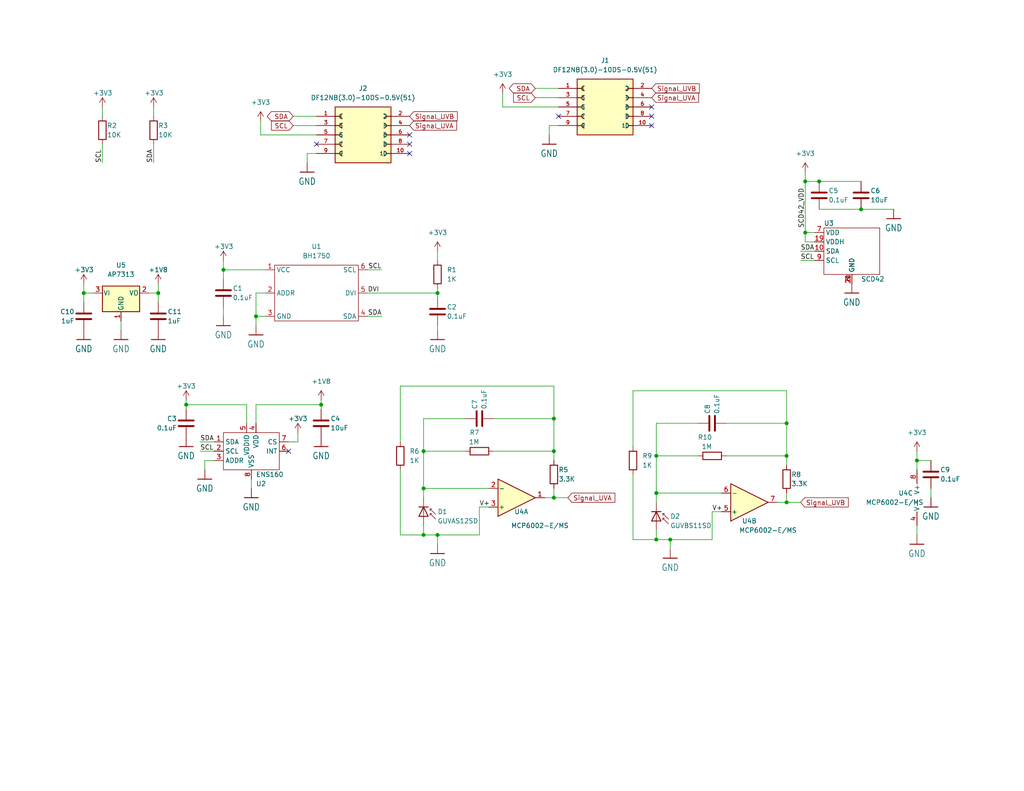
<source format=kicad_sch>
(kicad_sch (version 20211123) (generator eeschema)

  (uuid 919d8bd7-fffa-4afb-8567-03a3ac7a68ed)

  (paper "USLetter")

  (title_block
    (title "Destination Weather Station Sensor Hat")
    (date "2023-04-02")
    (rev "04")
    (comment 1 "Finn Hartman")
    (comment 2 "PROTOTYPE")
    (comment 3 "2023")
  )

  (lib_symbols
    (symbol "+3V3_1" (power) (pin_names (offset 0)) (in_bom yes) (on_board yes)
      (property "Reference" "#PWR" (id 0) (at 0 -3.81 0)
        (effects (font (size 1.27 1.27)) hide)
      )
      (property "Value" "+3V3_1" (id 1) (at 0 3.556 0)
        (effects (font (size 1.27 1.27)))
      )
      (property "Footprint" "" (id 2) (at 0 0 0)
        (effects (font (size 1.27 1.27)) hide)
      )
      (property "Datasheet" "" (id 3) (at 0 0 0)
        (effects (font (size 1.27 1.27)) hide)
      )
      (property "ki_keywords" "global power" (id 4) (at 0 0 0)
        (effects (font (size 1.27 1.27)) hide)
      )
      (property "ki_description" "Power symbol creates a global label with name \"+3V3\"" (id 5) (at 0 0 0)
        (effects (font (size 1.27 1.27)) hide)
      )
      (symbol "+3V3_1_0_1"
        (polyline
          (pts
            (xy -0.762 1.27)
            (xy 0 2.54)
          )
          (stroke (width 0) (type default) (color 0 0 0 0))
          (fill (type none))
        )
        (polyline
          (pts
            (xy 0 0)
            (xy 0 2.54)
          )
          (stroke (width 0) (type default) (color 0 0 0 0))
          (fill (type none))
        )
        (polyline
          (pts
            (xy 0 2.54)
            (xy 0.762 1.27)
          )
          (stroke (width 0) (type default) (color 0 0 0 0))
          (fill (type none))
        )
      )
      (symbol "+3V3_1_1_1"
        (pin power_in line (at 0 0 90) (length 0) hide
          (name "+3V3" (effects (font (size 1.27 1.27))))
          (number "1" (effects (font (size 1.27 1.27))))
        )
      )
    )
    (symbol "+3V3_2" (power) (pin_names (offset 0)) (in_bom yes) (on_board yes)
      (property "Reference" "#PWR" (id 0) (at 0 -3.81 0)
        (effects (font (size 1.27 1.27)) hide)
      )
      (property "Value" "+3V3_2" (id 1) (at 0 3.556 0)
        (effects (font (size 1.27 1.27)))
      )
      (property "Footprint" "" (id 2) (at 0 0 0)
        (effects (font (size 1.27 1.27)) hide)
      )
      (property "Datasheet" "" (id 3) (at 0 0 0)
        (effects (font (size 1.27 1.27)) hide)
      )
      (property "ki_keywords" "global power" (id 4) (at 0 0 0)
        (effects (font (size 1.27 1.27)) hide)
      )
      (property "ki_description" "Power symbol creates a global label with name \"+3V3\"" (id 5) (at 0 0 0)
        (effects (font (size 1.27 1.27)) hide)
      )
      (symbol "+3V3_2_0_1"
        (polyline
          (pts
            (xy -0.762 1.27)
            (xy 0 2.54)
          )
          (stroke (width 0) (type default) (color 0 0 0 0))
          (fill (type none))
        )
        (polyline
          (pts
            (xy 0 0)
            (xy 0 2.54)
          )
          (stroke (width 0) (type default) (color 0 0 0 0))
          (fill (type none))
        )
        (polyline
          (pts
            (xy 0 2.54)
            (xy 0.762 1.27)
          )
          (stroke (width 0) (type default) (color 0 0 0 0))
          (fill (type none))
        )
      )
      (symbol "+3V3_2_1_1"
        (pin power_in line (at 0 0 90) (length 0) hide
          (name "+3V3" (effects (font (size 1.27 1.27))))
          (number "1" (effects (font (size 1.27 1.27))))
        )
      )
    )
    (symbol "Adafruit ESP32-S3 8MB No PSRAM-eagle-import:GND" (power) (in_bom yes) (on_board yes)
      (property "Reference" "#GND" (id 0) (at 0 0 0)
        (effects (font (size 1.27 1.27)) hide)
      )
      (property "Value" "GND" (id 1) (at -2.54 -2.54 0)
        (effects (font (size 1.778 1.5113)) (justify left bottom))
      )
      (property "Footprint" "Adafruit ESP32-S3 8MB No PSRAM:" (id 2) (at 0 0 0)
        (effects (font (size 1.27 1.27)) hide)
      )
      (property "Datasheet" "" (id 3) (at 0 0 0)
        (effects (font (size 1.27 1.27)) hide)
      )
      (property "ki_locked" "" (id 4) (at 0 0 0)
        (effects (font (size 1.27 1.27)))
      )
      (symbol "GND_1_0"
        (polyline
          (pts
            (xy -1.905 0)
            (xy 1.905 0)
          )
          (stroke (width 0.254) (type default) (color 0 0 0 0))
          (fill (type none))
        )
        (pin power_in line (at 0 2.54 270) (length 2.54)
          (name "GND" (effects (font (size 0 0))))
          (number "1" (effects (font (size 0 0))))
        )
      )
    )
    (symbol "Amplifier_Operational:MCP6002-xMS" (pin_names (offset 0.127)) (in_bom yes) (on_board yes)
      (property "Reference" "U" (id 0) (at 0 5.08 0)
        (effects (font (size 1.27 1.27)) (justify left))
      )
      (property "Value" "MCP6002-xMS" (id 1) (at 0 -5.08 0)
        (effects (font (size 1.27 1.27)) (justify left))
      )
      (property "Footprint" "" (id 2) (at 0 0 0)
        (effects (font (size 1.27 1.27)) hide)
      )
      (property "Datasheet" "http://ww1.microchip.com/downloads/en/DeviceDoc/21733j.pdf" (id 3) (at 0 0 0)
        (effects (font (size 1.27 1.27)) hide)
      )
      (property "ki_locked" "" (id 4) (at 0 0 0)
        (effects (font (size 1.27 1.27)))
      )
      (property "ki_keywords" "dual opamp" (id 5) (at 0 0 0)
        (effects (font (size 1.27 1.27)) hide)
      )
      (property "ki_description" "1MHz, Low-Power Op Amp, MSOP-8" (id 6) (at 0 0 0)
        (effects (font (size 1.27 1.27)) hide)
      )
      (property "ki_fp_filters" "SOIC*3.9x4.9mm*P1.27mm* DIP*W7.62mm* TO*99* OnSemi*Micro8* TSSOP*3x3mm*P0.65mm* TSSOP*4.4x3mm*P0.65mm* MSOP*3x3mm*P0.65mm* SSOP*3.9x4.9mm*P0.635mm* LFCSP*2x2mm*P0.5mm* *SIP* SOIC*5.3x6.2mm*P1.27mm*" (id 7) (at 0 0 0)
        (effects (font (size 1.27 1.27)) hide)
      )
      (symbol "MCP6002-xMS_1_1"
        (polyline
          (pts
            (xy -5.08 5.08)
            (xy 5.08 0)
            (xy -5.08 -5.08)
            (xy -5.08 5.08)
          )
          (stroke (width 0.254) (type default) (color 0 0 0 0))
          (fill (type background))
        )
        (pin output line (at 7.62 0 180) (length 2.54)
          (name "~" (effects (font (size 1.27 1.27))))
          (number "1" (effects (font (size 1.27 1.27))))
        )
        (pin input line (at -7.62 -2.54 0) (length 2.54)
          (name "-" (effects (font (size 1.27 1.27))))
          (number "2" (effects (font (size 1.27 1.27))))
        )
        (pin input line (at -7.62 2.54 0) (length 2.54)
          (name "+" (effects (font (size 1.27 1.27))))
          (number "3" (effects (font (size 1.27 1.27))))
        )
      )
      (symbol "MCP6002-xMS_2_1"
        (polyline
          (pts
            (xy -5.08 5.08)
            (xy 5.08 0)
            (xy -5.08 -5.08)
            (xy -5.08 5.08)
          )
          (stroke (width 0.254) (type default) (color 0 0 0 0))
          (fill (type background))
        )
        (pin input line (at -7.62 2.54 0) (length 2.54)
          (name "+" (effects (font (size 1.27 1.27))))
          (number "5" (effects (font (size 1.27 1.27))))
        )
        (pin input line (at -7.62 -2.54 0) (length 2.54)
          (name "-" (effects (font (size 1.27 1.27))))
          (number "6" (effects (font (size 1.27 1.27))))
        )
        (pin output line (at 7.62 0 180) (length 2.54)
          (name "~" (effects (font (size 1.27 1.27))))
          (number "7" (effects (font (size 1.27 1.27))))
        )
      )
      (symbol "MCP6002-xMS_3_1"
        (pin power_in line (at -2.54 -7.62 90) (length 3.81)
          (name "V-" (effects (font (size 1.27 1.27))))
          (number "4" (effects (font (size 1.27 1.27))))
        )
        (pin power_in line (at -2.54 7.62 270) (length 3.81)
          (name "V+" (effects (font (size 1.27 1.27))))
          (number "8" (effects (font (size 1.27 1.27))))
        )
      )
    )
    (symbol "BH1750_1" (in_bom yes) (on_board yes)
      (property "Reference" "U1" (id 0) (at 0 5.08 0)
        (effects (font (size 1.27 1.27)))
      )
      (property "Value" "BH1750" (id 1) (at 0 2.54 0)
        (effects (font (size 1.27 1.27)))
      )
      (property "Footprint" "DS-sensors:XDCR_BH1750FVI-TR" (id 2) (at 0 0 0)
        (effects (font (size 1.27 1.27)) hide)
      )
      (property "Datasheet" "https://www.digikey.com/en/products/detail/rohm-semiconductor/BH1750FVI-TR/2041441?s=N4IgTCBcDaIEYAsCMB2ArABhAXQL5A" (id 3) (at 0 0 0)
        (effects (font (size 1.27 1.27)) hide)
      )
      (symbol "BH1750_1_0_1"
        (rectangle (start -11.43 0) (end 11.43 -15.24)
          (stroke (width 0) (type default) (color 0 0 0 0))
          (fill (type none))
        )
      )
      (symbol "BH1750_1_1_1"
        (pin input line (at -13.97 -1.27 0) (length 2.54)
          (name "VCC" (effects (font (size 1.27 1.27))))
          (number "1" (effects (font (size 1.27 1.27))))
        )
        (pin input line (at -13.97 -7.62 0) (length 2.54)
          (name "ADDR" (effects (font (size 1.27 1.27))))
          (number "2" (effects (font (size 1.27 1.27))))
        )
        (pin input line (at -13.97 -13.97 0) (length 2.54)
          (name "GND" (effects (font (size 1.27 1.27))))
          (number "3" (effects (font (size 1.27 1.27))))
        )
        (pin input line (at 13.97 -13.97 180) (length 2.54)
          (name "SDA" (effects (font (size 1.27 1.27))))
          (number "4" (effects (font (size 1.27 1.27))))
        )
        (pin input line (at 13.97 -7.62 180) (length 2.54)
          (name "DVI" (effects (font (size 1.27 1.27))))
          (number "5" (effects (font (size 1.27 1.27))))
        )
        (pin input line (at 13.97 -1.27 180) (length 2.54)
          (name "SCL" (effects (font (size 1.27 1.27))))
          (number "6" (effects (font (size 1.27 1.27))))
        )
      )
    )
    (symbol "DS-connectors:DF12NB(3.0)-10DS-0.5V(51)" (pin_names (offset 1.016)) (in_bom yes) (on_board yes)
      (property "Reference" "J" (id 0) (at -7.62 8.382 0)
        (effects (font (size 1.27 1.27)) (justify left bottom))
      )
      (property "Value" "DF12NB(3.0)-10DS-0.5V(51)" (id 1) (at -7.62 -10.16 0)
        (effects (font (size 1.27 1.27)) (justify left bottom))
      )
      (property "Footprint" "HRS_DF12NB(3.0)-10DS-0.5V(51)" (id 2) (at 0 0 0)
        (effects (font (size 1.27 1.27)) (justify bottom) hide)
      )
      (property "Datasheet" "" (id 3) (at 0 0 0)
        (effects (font (size 1.27 1.27)) hide)
      )
      (property "MAXIMUM_PACKAGE_HEIGHT" "2.4 mm" (id 4) (at 0 0 0)
        (effects (font (size 1.27 1.27)) (justify bottom) hide)
      )
      (property "MANUFACTURER" "Hirose" (id 5) (at 0 0 0)
        (effects (font (size 1.27 1.27)) (justify bottom) hide)
      )
      (property "SNAPEDA_PN" "DF12NB(3.0)-10DS-0.5V(51)" (id 6) (at 0 0 0)
        (effects (font (size 1.27 1.27)) (justify bottom) hide)
      )
      (property "PARTREV" "May.1.2022" (id 7) (at 0 0 0)
        (effects (font (size 1.27 1.27)) (justify bottom) hide)
      )
      (property "STANDARD" "Manufacturer Recommendations" (id 8) (at 0 0 0)
        (effects (font (size 1.27 1.27)) (justify bottom) hide)
      )
      (symbol "DF12NB(3.0)-10DS-0.5V(51)_0_0"
        (rectangle (start -7.62 -7.62) (end 7.62 7.62)
          (stroke (width 0.254) (type default) (color 0 0 0 0))
          (fill (type background))
        )
        (arc (start -5.715 -4.445) (mid -6.35 -5.08) (end -5.715 -5.715)
          (stroke (width 0.254) (type default) (color 0 0 0 0))
          (fill (type none))
        )
        (arc (start -5.715 -1.905) (mid -6.35 -2.54) (end -5.715 -3.175)
          (stroke (width 0.254) (type default) (color 0 0 0 0))
          (fill (type none))
        )
        (arc (start -5.715 0.635) (mid -6.35 0) (end -5.715 -0.635)
          (stroke (width 0.254) (type default) (color 0 0 0 0))
          (fill (type none))
        )
        (arc (start -5.715 3.175) (mid -6.35 2.54) (end -5.715 1.905)
          (stroke (width 0.254) (type default) (color 0 0 0 0))
          (fill (type none))
        )
        (arc (start -5.715 5.715) (mid -6.35 5.08) (end -5.715 4.445)
          (stroke (width 0.254) (type default) (color 0 0 0 0))
          (fill (type none))
        )
        (polyline
          (pts
            (xy -7.62 -5.08)
            (xy -6.35 -5.08)
          )
          (stroke (width 0.254) (type default) (color 0 0 0 0))
          (fill (type none))
        )
        (polyline
          (pts
            (xy -7.62 -2.54)
            (xy -6.35 -2.54)
          )
          (stroke (width 0.254) (type default) (color 0 0 0 0))
          (fill (type none))
        )
        (polyline
          (pts
            (xy -7.62 0)
            (xy -6.35 0)
          )
          (stroke (width 0.254) (type default) (color 0 0 0 0))
          (fill (type none))
        )
        (polyline
          (pts
            (xy -7.62 2.54)
            (xy -6.35 2.54)
          )
          (stroke (width 0.254) (type default) (color 0 0 0 0))
          (fill (type none))
        )
        (polyline
          (pts
            (xy -7.62 5.08)
            (xy -6.35 5.08)
          )
          (stroke (width 0.254) (type default) (color 0 0 0 0))
          (fill (type none))
        )
        (polyline
          (pts
            (xy 7.62 -5.08)
            (xy 6.35 -5.08)
          )
          (stroke (width 0.254) (type default) (color 0 0 0 0))
          (fill (type none))
        )
        (polyline
          (pts
            (xy 7.62 -2.54)
            (xy 6.35 -2.54)
          )
          (stroke (width 0.254) (type default) (color 0 0 0 0))
          (fill (type none))
        )
        (polyline
          (pts
            (xy 7.62 0)
            (xy 6.35 0)
          )
          (stroke (width 0.254) (type default) (color 0 0 0 0))
          (fill (type none))
        )
        (polyline
          (pts
            (xy 7.62 2.54)
            (xy 6.35 2.54)
          )
          (stroke (width 0.254) (type default) (color 0 0 0 0))
          (fill (type none))
        )
        (polyline
          (pts
            (xy 7.62 5.08)
            (xy 6.35 5.08)
          )
          (stroke (width 0.254) (type default) (color 0 0 0 0))
          (fill (type none))
        )
        (arc (start 5.715 -5.715) (mid 6.35 -5.08) (end 5.715 -4.445)
          (stroke (width 0.254) (type default) (color 0 0 0 0))
          (fill (type none))
        )
        (arc (start 5.715 -3.175) (mid 6.35 -2.54) (end 5.715 -1.905)
          (stroke (width 0.254) (type default) (color 0 0 0 0))
          (fill (type none))
        )
        (arc (start 5.715 -0.635) (mid 6.35 0) (end 5.715 0.635)
          (stroke (width 0.254) (type default) (color 0 0 0 0))
          (fill (type none))
        )
        (arc (start 5.715 1.905) (mid 6.35 2.54) (end 5.715 3.175)
          (stroke (width 0.254) (type default) (color 0 0 0 0))
          (fill (type none))
        )
        (arc (start 5.715 4.445) (mid 6.35 5.08) (end 5.715 5.715)
          (stroke (width 0.254) (type default) (color 0 0 0 0))
          (fill (type none))
        )
        (pin passive line (at -12.7 5.08 0) (length 5.08)
          (name "1" (effects (font (size 1.016 1.016))))
          (number "1" (effects (font (size 1.016 1.016))))
        )
        (pin passive line (at 12.7 -5.08 180) (length 5.08)
          (name "10" (effects (font (size 1.016 1.016))))
          (number "10" (effects (font (size 1.016 1.016))))
        )
        (pin passive line (at 12.7 5.08 180) (length 5.08)
          (name "2" (effects (font (size 1.016 1.016))))
          (number "2" (effects (font (size 1.016 1.016))))
        )
        (pin passive line (at -12.7 2.54 0) (length 5.08)
          (name "3" (effects (font (size 1.016 1.016))))
          (number "3" (effects (font (size 1.016 1.016))))
        )
        (pin passive line (at 12.7 2.54 180) (length 5.08)
          (name "4" (effects (font (size 1.016 1.016))))
          (number "4" (effects (font (size 1.016 1.016))))
        )
        (pin passive line (at -12.7 0 0) (length 5.08)
          (name "5" (effects (font (size 1.016 1.016))))
          (number "5" (effects (font (size 1.016 1.016))))
        )
        (pin passive line (at 12.7 0 180) (length 5.08)
          (name "6" (effects (font (size 1.016 1.016))))
          (number "6" (effects (font (size 1.016 1.016))))
        )
        (pin passive line (at -12.7 -2.54 0) (length 5.08)
          (name "7" (effects (font (size 1.016 1.016))))
          (number "7" (effects (font (size 1.016 1.016))))
        )
        (pin passive line (at 12.7 -2.54 180) (length 5.08)
          (name "8" (effects (font (size 1.016 1.016))))
          (number "8" (effects (font (size 1.016 1.016))))
        )
        (pin passive line (at -12.7 -5.08 0) (length 5.08)
          (name "9" (effects (font (size 1.016 1.016))))
          (number "9" (effects (font (size 1.016 1.016))))
        )
      )
    )
    (symbol "DS-sensors:ENS160" (in_bom yes) (on_board yes)
      (property "Reference" "U" (id 0) (at 1.27 -13.97 0)
        (effects (font (size 1.27 1.27)) (justify left))
      )
      (property "Value" "ENS160" (id 1) (at 1.27 -11.43 0)
        (effects (font (size 1.27 1.27)) (justify left))
      )
      (property "Footprint" "" (id 2) (at -7.62 -2.54 0)
        (effects (font (size 1.27 1.27)) hide)
      )
      (property "Datasheet" "" (id 3) (at -7.62 -2.54 0)
        (effects (font (size 1.27 1.27)) hide)
      )
      (symbol "ENS160_0_1"
        (rectangle (start -7.62 0) (end 7.62 -10.16)
          (stroke (width 0) (type default) (color 0 0 0 0))
          (fill (type none))
        )
      )
      (symbol "ENS160_1_1"
        (pin bidirectional line (at -10.16 -2.54 0) (length 2.54)
          (name "MOSI" (effects (font (size 1.27 1.27))))
          (number "1" (effects (font (size 1.27 1.27))))
          (alternate "SDA" bidirectional line)
        )
        (pin bidirectional line (at -10.16 -5.08 0) (length 2.54)
          (name "SCLK" (effects (font (size 1.27 1.27))))
          (number "2" (effects (font (size 1.27 1.27))))
          (alternate "SCL" bidirectional line)
        )
        (pin bidirectional line (at -10.16 -7.62 0) (length 2.54)
          (name "MISO" (effects (font (size 1.27 1.27))))
          (number "3" (effects (font (size 1.27 1.27))))
          (alternate "ADDR" bidirectional line)
        )
        (pin power_in line (at 1.27 2.54 270) (length 2.54)
          (name "VDD" (effects (font (size 1.27 1.27))))
          (number "4" (effects (font (size 1.27 1.27))))
        )
        (pin power_in line (at -1.27 2.54 270) (length 2.54)
          (name "VDDIO" (effects (font (size 1.27 1.27))))
          (number "5" (effects (font (size 1.27 1.27))))
        )
        (pin output line (at 10.16 -5.08 180) (length 2.54)
          (name "INT" (effects (font (size 1.27 1.27))))
          (number "6" (effects (font (size 1.27 1.27))))
        )
        (pin input line (at 10.16 -2.54 180) (length 2.54)
          (name "CS" (effects (font (size 1.27 1.27))))
          (number "7" (effects (font (size 1.27 1.27))))
        )
        (pin passive line (at 0 -12.7 90) (length 2.54)
          (name "VSS" (effects (font (size 1.27 1.27))))
          (number "8" (effects (font (size 1.27 1.27))))
        )
        (pin passive line (at 0 -12.7 90) (length 2.54) hide
          (name "VSS" (effects (font (size 1.27 1.27))))
          (number "9" (effects (font (size 1.27 1.27))))
        )
      )
    )
    (symbol "DS-sensors:SCP40" (in_bom yes) (on_board yes)
      (property "Reference" "U" (id 0) (at 0 0 0)
        (effects (font (size 1.27 1.27)))
      )
      (property "Value" "SCP40" (id 1) (at 0 2.54 0)
        (effects (font (size 1.27 1.27)))
      )
      (property "Footprint" "" (id 2) (at 0 0 0)
        (effects (font (size 1.27 1.27)) hide)
      )
      (property "Datasheet" "" (id 3) (at 0 0 0)
        (effects (font (size 1.27 1.27)) hide)
      )
      (symbol "SCP40_0_1"
        (rectangle (start -7.62 0) (end 7.62 -12.7)
          (stroke (width 0) (type default) (color 0 0 0 0))
          (fill (type none))
        )
      )
      (symbol "SCP40_1_1"
        (pin input line (at -10.16 -6.35 0) (length 2.54)
          (name "SDA" (effects (font (size 1.27 1.27))))
          (number "10" (effects (font (size 1.27 1.27))))
        )
        (pin input line (at -10.16 -3.81 0) (length 2.54)
          (name "VDDH" (effects (font (size 1.27 1.27))))
          (number "19" (effects (font (size 1.27 1.27))))
        )
        (pin input line (at 0 -15.24 90) (length 2.54)
          (name "GND" (effects (font (size 1.27 1.27))))
          (number "20" (effects (font (size 1.27 1.27))))
        )
        (pin input line (at 0 -15.24 90) (length 2.54)
          (name "GND" (effects (font (size 1.27 1.27))))
          (number "21" (effects (font (size 1.27 1.27))))
        )
        (pin input line (at 0 -15.24 90) (length 2.54)
          (name "GND" (effects (font (size 1.27 1.27))))
          (number "6" (effects (font (size 1.27 1.27))))
        )
        (pin input line (at -10.16 -1.27 0) (length 2.54)
          (name "VDD" (effects (font (size 1.27 1.27))))
          (number "7" (effects (font (size 1.27 1.27))))
        )
        (pin input line (at -10.16 -8.89 0) (length 2.54)
          (name "SCL" (effects (font (size 1.27 1.27))))
          (number "9" (effects (font (size 1.27 1.27))))
        )
      )
    )
    (symbol "Device:C" (pin_numbers hide) (pin_names (offset 0.254)) (in_bom yes) (on_board yes)
      (property "Reference" "C" (id 0) (at 0.635 2.54 0)
        (effects (font (size 1.27 1.27)) (justify left))
      )
      (property "Value" "C" (id 1) (at 0.635 -2.54 0)
        (effects (font (size 1.27 1.27)) (justify left))
      )
      (property "Footprint" "" (id 2) (at 0.9652 -3.81 0)
        (effects (font (size 1.27 1.27)) hide)
      )
      (property "Datasheet" "~" (id 3) (at 0 0 0)
        (effects (font (size 1.27 1.27)) hide)
      )
      (property "ki_keywords" "cap capacitor" (id 4) (at 0 0 0)
        (effects (font (size 1.27 1.27)) hide)
      )
      (property "ki_description" "Unpolarized capacitor" (id 5) (at 0 0 0)
        (effects (font (size 1.27 1.27)) hide)
      )
      (property "ki_fp_filters" "C_*" (id 6) (at 0 0 0)
        (effects (font (size 1.27 1.27)) hide)
      )
      (symbol "C_0_1"
        (polyline
          (pts
            (xy -2.032 -0.762)
            (xy 2.032 -0.762)
          )
          (stroke (width 0.508) (type default) (color 0 0 0 0))
          (fill (type none))
        )
        (polyline
          (pts
            (xy -2.032 0.762)
            (xy 2.032 0.762)
          )
          (stroke (width 0.508) (type default) (color 0 0 0 0))
          (fill (type none))
        )
      )
      (symbol "C_1_1"
        (pin passive line (at 0 3.81 270) (length 2.794)
          (name "~" (effects (font (size 1.27 1.27))))
          (number "1" (effects (font (size 1.27 1.27))))
        )
        (pin passive line (at 0 -3.81 90) (length 2.794)
          (name "~" (effects (font (size 1.27 1.27))))
          (number "2" (effects (font (size 1.27 1.27))))
        )
      )
    )
    (symbol "Device:D_Photo" (pin_numbers hide) (pin_names hide) (in_bom yes) (on_board yes)
      (property "Reference" "D" (id 0) (at 0.508 1.778 0)
        (effects (font (size 1.27 1.27)) (justify left))
      )
      (property "Value" "D_Photo" (id 1) (at -1.016 -2.794 0)
        (effects (font (size 1.27 1.27)))
      )
      (property "Footprint" "" (id 2) (at -1.27 0 0)
        (effects (font (size 1.27 1.27)) hide)
      )
      (property "Datasheet" "~" (id 3) (at -1.27 0 0)
        (effects (font (size 1.27 1.27)) hide)
      )
      (property "ki_keywords" "photodiode diode opto" (id 4) (at 0 0 0)
        (effects (font (size 1.27 1.27)) hide)
      )
      (property "ki_description" "Photodiode" (id 5) (at 0 0 0)
        (effects (font (size 1.27 1.27)) hide)
      )
      (symbol "D_Photo_0_1"
        (polyline
          (pts
            (xy -2.54 1.27)
            (xy -2.54 -1.27)
          )
          (stroke (width 0.254) (type default) (color 0 0 0 0))
          (fill (type none))
        )
        (polyline
          (pts
            (xy -2.032 1.778)
            (xy -1.524 1.778)
          )
          (stroke (width 0) (type default) (color 0 0 0 0))
          (fill (type none))
        )
        (polyline
          (pts
            (xy 0 0)
            (xy -2.54 0)
          )
          (stroke (width 0) (type default) (color 0 0 0 0))
          (fill (type none))
        )
        (polyline
          (pts
            (xy -0.508 3.302)
            (xy -2.032 1.778)
            (xy -2.032 2.286)
          )
          (stroke (width 0) (type default) (color 0 0 0 0))
          (fill (type none))
        )
        (polyline
          (pts
            (xy 0 -1.27)
            (xy 0 1.27)
            (xy -2.54 0)
            (xy 0 -1.27)
          )
          (stroke (width 0.254) (type default) (color 0 0 0 0))
          (fill (type none))
        )
        (polyline
          (pts
            (xy 0.762 3.302)
            (xy -0.762 1.778)
            (xy -0.762 2.286)
            (xy -0.762 1.778)
            (xy -0.254 1.778)
          )
          (stroke (width 0) (type default) (color 0 0 0 0))
          (fill (type none))
        )
      )
      (symbol "D_Photo_1_1"
        (pin passive line (at -5.08 0 0) (length 2.54)
          (name "K" (effects (font (size 1.27 1.27))))
          (number "1" (effects (font (size 1.27 1.27))))
        )
        (pin passive line (at 2.54 0 180) (length 2.54)
          (name "A" (effects (font (size 1.27 1.27))))
          (number "2" (effects (font (size 1.27 1.27))))
        )
      )
    )
    (symbol "Device:R" (pin_numbers hide) (pin_names (offset 0)) (in_bom yes) (on_board yes)
      (property "Reference" "R" (id 0) (at 2.032 0 90)
        (effects (font (size 1.27 1.27)))
      )
      (property "Value" "R" (id 1) (at 0 0 90)
        (effects (font (size 1.27 1.27)))
      )
      (property "Footprint" "" (id 2) (at -1.778 0 90)
        (effects (font (size 1.27 1.27)) hide)
      )
      (property "Datasheet" "~" (id 3) (at 0 0 0)
        (effects (font (size 1.27 1.27)) hide)
      )
      (property "ki_keywords" "R res resistor" (id 4) (at 0 0 0)
        (effects (font (size 1.27 1.27)) hide)
      )
      (property "ki_description" "Resistor" (id 5) (at 0 0 0)
        (effects (font (size 1.27 1.27)) hide)
      )
      (property "ki_fp_filters" "R_*" (id 6) (at 0 0 0)
        (effects (font (size 1.27 1.27)) hide)
      )
      (symbol "R_0_1"
        (rectangle (start -1.016 -2.54) (end 1.016 2.54)
          (stroke (width 0.254) (type default) (color 0 0 0 0))
          (fill (type none))
        )
      )
      (symbol "R_1_1"
        (pin passive line (at 0 3.81 270) (length 1.27)
          (name "~" (effects (font (size 1.27 1.27))))
          (number "1" (effects (font (size 1.27 1.27))))
        )
        (pin passive line (at 0 -3.81 90) (length 1.27)
          (name "~" (effects (font (size 1.27 1.27))))
          (number "2" (effects (font (size 1.27 1.27))))
        )
      )
    )
    (symbol "Regulator_Linear:AP2127N-1.8" (pin_names (offset 0.254)) (in_bom yes) (on_board yes)
      (property "Reference" "U" (id 0) (at -3.81 3.175 0)
        (effects (font (size 1.27 1.27)))
      )
      (property "Value" "AP2127N-1.8" (id 1) (at 0 3.175 0)
        (effects (font (size 1.27 1.27)) (justify left))
      )
      (property "Footprint" "Package_TO_SOT_SMD:SOT-23" (id 2) (at 0 5.715 0)
        (effects (font (size 1.27 1.27) italic) hide)
      )
      (property "Datasheet" "https://www.diodes.com/assets/Datasheets/AP2127.pdf" (id 3) (at 0 0 0)
        (effects (font (size 1.27 1.27)) hide)
      )
      (property "ki_keywords" "linear regulator ldo fixed positive" (id 4) (at 0 0 0)
        (effects (font (size 1.27 1.27)) hide)
      )
      (property "ki_description" "300mA low dropout linear regulator, shutdown pin, 2.5V-6V input voltage, 1.8V fixed positive output, SOT-23 package" (id 5) (at 0 0 0)
        (effects (font (size 1.27 1.27)) hide)
      )
      (property "ki_fp_filters" "SOT?23*" (id 6) (at 0 0 0)
        (effects (font (size 1.27 1.27)) hide)
      )
      (symbol "AP2127N-1.8_0_1"
        (rectangle (start -5.08 1.905) (end 5.08 -5.08)
          (stroke (width 0.254) (type default) (color 0 0 0 0))
          (fill (type background))
        )
      )
      (symbol "AP2127N-1.8_1_1"
        (pin power_in line (at 0 -7.62 90) (length 2.54)
          (name "GND" (effects (font (size 1.27 1.27))))
          (number "1" (effects (font (size 1.27 1.27))))
        )
        (pin power_out line (at 7.62 0 180) (length 2.54)
          (name "VO" (effects (font (size 1.27 1.27))))
          (number "2" (effects (font (size 1.27 1.27))))
        )
        (pin power_in line (at -7.62 0 0) (length 2.54)
          (name "VI" (effects (font (size 1.27 1.27))))
          (number "3" (effects (font (size 1.27 1.27))))
        )
      )
    )
    (symbol "power:+1V8" (power) (pin_names (offset 0)) (in_bom yes) (on_board yes)
      (property "Reference" "#PWR" (id 0) (at 0 -3.81 0)
        (effects (font (size 1.27 1.27)) hide)
      )
      (property "Value" "+1V8" (id 1) (at 0 3.556 0)
        (effects (font (size 1.27 1.27)))
      )
      (property "Footprint" "" (id 2) (at 0 0 0)
        (effects (font (size 1.27 1.27)) hide)
      )
      (property "Datasheet" "" (id 3) (at 0 0 0)
        (effects (font (size 1.27 1.27)) hide)
      )
      (property "ki_keywords" "global power" (id 4) (at 0 0 0)
        (effects (font (size 1.27 1.27)) hide)
      )
      (property "ki_description" "Power symbol creates a global label with name \"+1V8\"" (id 5) (at 0 0 0)
        (effects (font (size 1.27 1.27)) hide)
      )
      (symbol "+1V8_0_1"
        (polyline
          (pts
            (xy -0.762 1.27)
            (xy 0 2.54)
          )
          (stroke (width 0) (type default) (color 0 0 0 0))
          (fill (type none))
        )
        (polyline
          (pts
            (xy 0 0)
            (xy 0 2.54)
          )
          (stroke (width 0) (type default) (color 0 0 0 0))
          (fill (type none))
        )
        (polyline
          (pts
            (xy 0 2.54)
            (xy 0.762 1.27)
          )
          (stroke (width 0) (type default) (color 0 0 0 0))
          (fill (type none))
        )
      )
      (symbol "+1V8_1_1"
        (pin power_in line (at 0 0 90) (length 0) hide
          (name "+1V8" (effects (font (size 1.27 1.27))))
          (number "1" (effects (font (size 1.27 1.27))))
        )
      )
    )
    (symbol "power:+3V3" (power) (pin_names (offset 0)) (in_bom yes) (on_board yes)
      (property "Reference" "#PWR" (id 0) (at 0 -3.81 0)
        (effects (font (size 1.27 1.27)) hide)
      )
      (property "Value" "+3V3" (id 1) (at 0 3.556 0)
        (effects (font (size 1.27 1.27)))
      )
      (property "Footprint" "" (id 2) (at 0 0 0)
        (effects (font (size 1.27 1.27)) hide)
      )
      (property "Datasheet" "" (id 3) (at 0 0 0)
        (effects (font (size 1.27 1.27)) hide)
      )
      (property "ki_keywords" "power-flag" (id 4) (at 0 0 0)
        (effects (font (size 1.27 1.27)) hide)
      )
      (property "ki_description" "Power symbol creates a global label with name \"+3V3\"" (id 5) (at 0 0 0)
        (effects (font (size 1.27 1.27)) hide)
      )
      (symbol "+3V3_0_1"
        (polyline
          (pts
            (xy -0.762 1.27)
            (xy 0 2.54)
          )
          (stroke (width 0) (type default) (color 0 0 0 0))
          (fill (type none))
        )
        (polyline
          (pts
            (xy 0 0)
            (xy 0 2.54)
          )
          (stroke (width 0) (type default) (color 0 0 0 0))
          (fill (type none))
        )
        (polyline
          (pts
            (xy 0 2.54)
            (xy 0.762 1.27)
          )
          (stroke (width 0) (type default) (color 0 0 0 0))
          (fill (type none))
        )
      )
      (symbol "+3V3_1_1"
        (pin power_in line (at 0 0 90) (length 0) hide
          (name "+3V3" (effects (font (size 1.27 1.27))))
          (number "1" (effects (font (size 1.27 1.27))))
        )
      )
    )
  )

  (junction (at 69.85 86.36) (diameter 0) (color 0 0 0 0)
    (uuid 00a76187-ca2b-4aa8-82af-3022361463f4)
  )
  (junction (at 22.86 80.01) (diameter 0) (color 0 0 0 0)
    (uuid 1634c617-ea19-4a09-9f42-43a910bd6a1f)
  )
  (junction (at 182.88 147.32) (diameter 0) (color 0 0 0 0)
    (uuid 1735cf7f-2dee-4e85-9375-1efe16a8f4e8)
  )
  (junction (at 87.63 110.49) (diameter 0) (color 0 0 0 0)
    (uuid 1c17bc15-68e6-4b66-9a4f-93ec4d80c053)
  )
  (junction (at 234.95 57.15) (diameter 0) (color 0 0 0 0)
    (uuid 232f26b2-ef81-42f8-ab17-3042b7b3fb5e)
  )
  (junction (at 115.57 123.19) (diameter 0) (color 0 0 0 0)
    (uuid 38dc1996-9f81-41e9-a314-82c7d5fe0ac4)
  )
  (junction (at 119.38 80.01) (diameter 0) (color 0 0 0 0)
    (uuid 3a4cd744-5cdf-4c14-a747-2f123d31d0fd)
  )
  (junction (at 115.57 146.05) (diameter 0) (color 0 0 0 0)
    (uuid 40aa5a75-ffd6-48ad-ade4-8013550b5aed)
  )
  (junction (at 214.63 124.46) (diameter 0) (color 0 0 0 0)
    (uuid 4b89b584-cbbf-4374-8c6d-5f97fc7db38f)
  )
  (junction (at 219.71 63.5) (diameter 0) (color 0 0 0 0)
    (uuid 4dc520b7-ae5f-42b8-9e66-98edb483f54f)
  )
  (junction (at 60.96 73.66) (diameter 0) (color 0 0 0 0)
    (uuid 60a4d611-2d03-4784-a0ea-d02247f4843a)
  )
  (junction (at 119.38 146.05) (diameter 0) (color 0 0 0 0)
    (uuid 637cd354-e752-4350-873f-d3b3d244d44d)
  )
  (junction (at 43.18 80.01) (diameter 0) (color 0 0 0 0)
    (uuid 688c4ce5-ed35-48cb-ac6a-5a8433bb82f5)
  )
  (junction (at 214.63 137.16) (diameter 0) (color 0 0 0 0)
    (uuid 69eb2f3e-d134-488a-9254-50ae2d5e762e)
  )
  (junction (at 250.19 125.73) (diameter 0) (color 0 0 0 0)
    (uuid 72ddd52a-d0c1-4b09-9a8b-c965c94634cc)
  )
  (junction (at 115.57 133.35) (diameter 0) (color 0 0 0 0)
    (uuid 782c9757-ce8e-4577-8ed0-5edb4f5bb2b6)
  )
  (junction (at 179.07 124.46) (diameter 0) (color 0 0 0 0)
    (uuid 83662f55-6f71-4885-a535-c8ec7c1d72c2)
  )
  (junction (at 223.52 49.53) (diameter 0) (color 0 0 0 0)
    (uuid 8aa44c45-0ccc-4b4c-b18c-1c31664ce71f)
  )
  (junction (at 50.8 110.49) (diameter 0) (color 0 0 0 0)
    (uuid 8c76802d-ba32-4177-9c0c-8f698e4933a0)
  )
  (junction (at 151.13 114.3) (diameter 0) (color 0 0 0 0)
    (uuid 94846804-3076-4123-9dd4-7bc570e7383d)
  )
  (junction (at 214.63 115.57) (diameter 0) (color 0 0 0 0)
    (uuid 9533de5d-3fd1-45fa-8f7d-38409f3b26e6)
  )
  (junction (at 179.07 147.32) (diameter 0) (color 0 0 0 0)
    (uuid 9e38d774-2eb9-4660-8a66-c7489135f2ba)
  )
  (junction (at 151.13 135.89) (diameter 0) (color 0 0 0 0)
    (uuid a8634013-7b8a-4fbb-a1dd-b77cfc0b9f21)
  )
  (junction (at 219.71 49.53) (diameter 0) (color 0 0 0 0)
    (uuid bb526205-4e47-41b0-8c2a-804c97d074ee)
  )
  (junction (at 151.13 123.19) (diameter 0) (color 0 0 0 0)
    (uuid c9bdfffc-ea49-4fc1-9e78-d76696fc75af)
  )
  (junction (at 179.07 134.62) (diameter 0) (color 0 0 0 0)
    (uuid d47e9e8a-beed-4626-ae1f-cb3f177255c7)
  )

  (no_connect (at 111.76 39.37) (uuid 0270c5c4-c68e-47b7-a6f1-50651981be2d))
  (no_connect (at 177.8 34.29) (uuid 1971aaa8-4fc8-4165-91ab-821ea2d686e3))
  (no_connect (at 111.76 36.83) (uuid 22b36c73-46e7-4496-8b98-f69a5955de22))
  (no_connect (at 78.74 123.19) (uuid 2571e519-c04c-41bf-aef7-1fea6ab85ac5))
  (no_connect (at 86.36 39.37) (uuid 263e9b7e-c3cd-4442-851e-d2b54de99d8e))
  (no_connect (at 111.76 41.91) (uuid 95ef25aa-dac6-44d9-90a0-efd49308b704))
  (no_connect (at 152.4 31.75) (uuid a773823e-0f26-4fe7-b141-87b580d11b17))
  (no_connect (at 177.8 29.21) (uuid b4501435-1b74-4814-ac8d-457d48a8c57b))
  (no_connect (at 177.8 31.75) (uuid ef855f52-01db-4405-9940-c5f27401f345))

  (wire (pts (xy 250.19 143.51) (xy 250.19 146.05))
    (stroke (width 0) (type default) (color 0 0 0 0))
    (uuid 073bf6d3-0b4b-4213-850d-24ca7b91fddc)
  )
  (wire (pts (xy 81.28 118.11) (xy 81.28 120.65))
    (stroke (width 0) (type default) (color 0 0 0 0))
    (uuid 07a52f41-080b-4ba0-a3e3-1f65cd0775a5)
  )
  (wire (pts (xy 60.96 73.66) (xy 60.96 76.2))
    (stroke (width 0) (type default) (color 0 0 0 0))
    (uuid 0cee7f2d-e1f8-4cf0-b008-b43bd52f7893)
  )
  (wire (pts (xy 41.91 39.37) (xy 41.91 44.45))
    (stroke (width 0) (type default) (color 0 0 0 0))
    (uuid 13265592-231b-4379-8dc3-e62a8ef7af56)
  )
  (wire (pts (xy 43.18 82.55) (xy 43.18 80.01))
    (stroke (width 0) (type default) (color 0 0 0 0))
    (uuid 136e7de4-3831-484f-b954-bdd6539ae15f)
  )
  (wire (pts (xy 119.38 71.12) (xy 119.38 68.58))
    (stroke (width 0) (type default) (color 0 0 0 0))
    (uuid 13f6a939-dcb1-402d-9824-5883785e05c5)
  )
  (wire (pts (xy 43.18 77.47) (xy 43.18 80.01))
    (stroke (width 0) (type default) (color 0 0 0 0))
    (uuid 151ffc10-ba00-4110-8734-73abfebf1a17)
  )
  (wire (pts (xy 60.96 83.82) (xy 60.96 86.36))
    (stroke (width 0) (type default) (color 0 0 0 0))
    (uuid 157fff26-ff98-4df7-893c-0ce64dc08f4c)
  )
  (wire (pts (xy 182.88 147.32) (xy 194.31 147.32))
    (stroke (width 0) (type default) (color 0 0 0 0))
    (uuid 18b647ba-e4a7-4425-95f3-d9a685d12266)
  )
  (wire (pts (xy 81.28 120.65) (xy 78.74 120.65))
    (stroke (width 0) (type default) (color 0 0 0 0))
    (uuid 1903e483-4595-4ae6-8fac-92a6f24db5d7)
  )
  (wire (pts (xy 214.63 137.16) (xy 218.44 137.16))
    (stroke (width 0) (type default) (color 0 0 0 0))
    (uuid 21959588-1f7f-42aa-bfa6-6fef2bb3f1a9)
  )
  (wire (pts (xy 83.82 44.45) (xy 83.82 41.91))
    (stroke (width 0) (type default) (color 0 0 0 0))
    (uuid 21ca756f-3477-4ce7-b401-446af31305b1)
  )
  (wire (pts (xy 54.61 123.19) (xy 58.42 123.19))
    (stroke (width 0) (type default) (color 0 0 0 0))
    (uuid 223ff7a9-2b36-4396-9046-028331d1259a)
  )
  (wire (pts (xy 104.14 73.66) (xy 100.33 73.66))
    (stroke (width 0) (type default) (color 0 0 0 0))
    (uuid 2628a1cd-7d2b-4a45-8721-64060f34124e)
  )
  (wire (pts (xy 151.13 114.3) (xy 151.13 123.19))
    (stroke (width 0) (type default) (color 0 0 0 0))
    (uuid 28d33fae-dc97-4f8f-bf69-849327278cdb)
  )
  (wire (pts (xy 55.88 125.73) (xy 55.88 128.27))
    (stroke (width 0) (type default) (color 0 0 0 0))
    (uuid 2ad1a438-c651-45a5-89da-73907b7082c2)
  )
  (wire (pts (xy 27.94 39.37) (xy 27.94 44.45))
    (stroke (width 0) (type default) (color 0 0 0 0))
    (uuid 2ed1b9fa-670a-4a37-a1a6-f1d7394b2789)
  )
  (wire (pts (xy 69.85 86.36) (xy 69.85 88.9))
    (stroke (width 0) (type default) (color 0 0 0 0))
    (uuid 307b4e43-b705-4359-8789-79a989e8dda1)
  )
  (wire (pts (xy 179.07 134.62) (xy 196.85 134.62))
    (stroke (width 0) (type default) (color 0 0 0 0))
    (uuid 314c3de4-020f-4e48-8903-68c9605a7081)
  )
  (wire (pts (xy 69.85 80.01) (xy 69.85 86.36))
    (stroke (width 0) (type default) (color 0 0 0 0))
    (uuid 33b526a5-3e20-49d7-9642-c9797b75fc47)
  )
  (wire (pts (xy 172.72 129.54) (xy 172.72 147.32))
    (stroke (width 0) (type default) (color 0 0 0 0))
    (uuid 3779c939-4034-448c-8555-7621186e0b3c)
  )
  (wire (pts (xy 109.22 128.27) (xy 109.22 146.05))
    (stroke (width 0) (type default) (color 0 0 0 0))
    (uuid 37d82b17-b1d6-487d-ac72-b1798404c265)
  )
  (wire (pts (xy 179.07 115.57) (xy 190.5 115.57))
    (stroke (width 0) (type default) (color 0 0 0 0))
    (uuid 38a352c0-67da-4c07-8cfc-ee09436f3a85)
  )
  (wire (pts (xy 72.39 86.36) (xy 69.85 86.36))
    (stroke (width 0) (type default) (color 0 0 0 0))
    (uuid 39d5e579-dae2-438c-992e-d088a053b0f0)
  )
  (wire (pts (xy 22.86 80.01) (xy 25.4 80.01))
    (stroke (width 0) (type default) (color 0 0 0 0))
    (uuid 3ab10f80-9e03-425e-8cc7-5660a1551f91)
  )
  (wire (pts (xy 214.63 115.57) (xy 214.63 124.46))
    (stroke (width 0) (type default) (color 0 0 0 0))
    (uuid 3c1944e7-a644-4b51-a6b7-8b8978897030)
  )
  (wire (pts (xy 179.07 147.32) (xy 172.72 147.32))
    (stroke (width 0) (type default) (color 0 0 0 0))
    (uuid 3ec8743d-a653-4524-afeb-6b0ecb6c20ce)
  )
  (wire (pts (xy 60.96 71.12) (xy 60.96 73.66))
    (stroke (width 0) (type default) (color 0 0 0 0))
    (uuid 3efa9a1b-c245-440e-b6e2-3380af157484)
  )
  (wire (pts (xy 60.96 73.66) (xy 72.39 73.66))
    (stroke (width 0) (type default) (color 0 0 0 0))
    (uuid 409c7d19-4131-464f-a42a-1fefe5e09ca1)
  )
  (wire (pts (xy 146.05 26.67) (xy 152.4 26.67))
    (stroke (width 0) (type default) (color 0 0 0 0))
    (uuid 462f3238-fbc0-42d6-b76e-a63d29cc32e1)
  )
  (wire (pts (xy 219.71 49.53) (xy 223.52 49.53))
    (stroke (width 0) (type default) (color 0 0 0 0))
    (uuid 47fd7c34-72a3-4b73-ad1f-7f1191f1a6d3)
  )
  (wire (pts (xy 137.16 29.21) (xy 152.4 29.21))
    (stroke (width 0) (type default) (color 0 0 0 0))
    (uuid 4821a0f1-0757-49b5-bc91-a0ccf3e9f548)
  )
  (wire (pts (xy 223.52 57.15) (xy 234.95 57.15))
    (stroke (width 0) (type default) (color 0 0 0 0))
    (uuid 48e703e2-a2a0-4c77-8c94-83f138e0d888)
  )
  (wire (pts (xy 104.14 86.36) (xy 100.33 86.36))
    (stroke (width 0) (type default) (color 0 0 0 0))
    (uuid 4cc7eea8-47ba-470c-a845-79cb4314c5f8)
  )
  (wire (pts (xy 83.82 41.91) (xy 86.36 41.91))
    (stroke (width 0) (type default) (color 0 0 0 0))
    (uuid 4ee7e00d-7ebf-4975-bd69-7b422f82b3e0)
  )
  (wire (pts (xy 250.19 123.19) (xy 250.19 125.73))
    (stroke (width 0) (type default) (color 0 0 0 0))
    (uuid 523497cd-77bc-438f-a8a5-52b9fdbcdf4c)
  )
  (wire (pts (xy 71.12 36.83) (xy 86.36 36.83))
    (stroke (width 0) (type default) (color 0 0 0 0))
    (uuid 5351e629-ee47-4afd-b6e5-171421799e39)
  )
  (wire (pts (xy 214.63 134.62) (xy 214.63 137.16))
    (stroke (width 0) (type default) (color 0 0 0 0))
    (uuid 54624d40-f5cd-48e0-b418-8793f3498c66)
  )
  (wire (pts (xy 151.13 123.19) (xy 134.62 123.19))
    (stroke (width 0) (type default) (color 0 0 0 0))
    (uuid 586fe2b4-0c43-406e-bada-31eb71dfc6ff)
  )
  (wire (pts (xy 67.31 110.49) (xy 50.8 110.49))
    (stroke (width 0) (type default) (color 0 0 0 0))
    (uuid 59278147-b5f8-4920-8d60-2b2b9d5623b5)
  )
  (wire (pts (xy 80.01 31.75) (xy 86.36 31.75))
    (stroke (width 0) (type default) (color 0 0 0 0))
    (uuid 5a1ce9b7-22a6-4b53-b971-3e729d539c8a)
  )
  (wire (pts (xy 119.38 81.28) (xy 119.38 80.01))
    (stroke (width 0) (type default) (color 0 0 0 0))
    (uuid 5cfb8d6c-7b64-4c10-9343-bd73b7cb5109)
  )
  (wire (pts (xy 68.58 130.81) (xy 68.58 133.35))
    (stroke (width 0) (type default) (color 0 0 0 0))
    (uuid 5ed51e71-165a-4695-86d3-19282ffc5ff8)
  )
  (wire (pts (xy 130.81 138.43) (xy 133.35 138.43))
    (stroke (width 0) (type default) (color 0 0 0 0))
    (uuid 60fba590-3389-46f3-a429-8f54256885bc)
  )
  (wire (pts (xy 254 125.73) (xy 250.19 125.73))
    (stroke (width 0) (type default) (color 0 0 0 0))
    (uuid 629c0d69-c7e2-41b5-b3fd-c8596232550f)
  )
  (wire (pts (xy 115.57 133.35) (xy 133.35 133.35))
    (stroke (width 0) (type default) (color 0 0 0 0))
    (uuid 68173ee9-6308-40de-ab20-141d800dfaff)
  )
  (wire (pts (xy 223.52 49.53) (xy 234.95 49.53))
    (stroke (width 0) (type default) (color 0 0 0 0))
    (uuid 68f86aef-c10f-4808-9084-44af85a4fee5)
  )
  (wire (pts (xy 69.85 110.49) (xy 87.63 110.49))
    (stroke (width 0) (type default) (color 0 0 0 0))
    (uuid 6b996dec-4cf0-49c6-a28d-5bf4a8e369ac)
  )
  (wire (pts (xy 115.57 114.3) (xy 115.57 123.19))
    (stroke (width 0) (type default) (color 0 0 0 0))
    (uuid 6c3142f3-88eb-4f3e-8a40-e478a487362d)
  )
  (wire (pts (xy 151.13 133.35) (xy 151.13 135.89))
    (stroke (width 0) (type default) (color 0 0 0 0))
    (uuid 6d1ed10d-3ebe-4e3b-9fc7-36c1e9e3ccec)
  )
  (wire (pts (xy 194.31 139.7) (xy 196.85 139.7))
    (stroke (width 0) (type default) (color 0 0 0 0))
    (uuid 6d5b384f-ccd0-4483-a6ad-3cf93093d810)
  )
  (wire (pts (xy 219.71 46.99) (xy 219.71 49.53))
    (stroke (width 0) (type default) (color 0 0 0 0))
    (uuid 7055ca73-efdc-4462-9213-146076c31a24)
  )
  (wire (pts (xy 218.44 68.58) (xy 222.25 68.58))
    (stroke (width 0) (type default) (color 0 0 0 0))
    (uuid 73358c80-3132-4e20-bd6d-f0bc2ade93fc)
  )
  (wire (pts (xy 33.02 90.17) (xy 33.02 87.63))
    (stroke (width 0) (type default) (color 0 0 0 0))
    (uuid 73570ea0-b5fa-41c5-b37d-cf3f811e18cb)
  )
  (wire (pts (xy 87.63 109.22) (xy 87.63 110.49))
    (stroke (width 0) (type default) (color 0 0 0 0))
    (uuid 745ade65-3eea-4e28-8a86-d310f39bf906)
  )
  (wire (pts (xy 254 133.35) (xy 254 135.89))
    (stroke (width 0) (type default) (color 0 0 0 0))
    (uuid 75a21858-e86e-4a9f-976b-186d58fd505b)
  )
  (wire (pts (xy 219.71 63.5) (xy 222.25 63.5))
    (stroke (width 0) (type default) (color 0 0 0 0))
    (uuid 76eb3917-efcb-42f5-be55-d58feaf8fbe1)
  )
  (wire (pts (xy 54.61 120.65) (xy 58.42 120.65))
    (stroke (width 0) (type default) (color 0 0 0 0))
    (uuid 7ac45bce-9d94-44f8-b423-2cc8bf232cfb)
  )
  (wire (pts (xy 50.8 110.49) (xy 50.8 111.76))
    (stroke (width 0) (type default) (color 0 0 0 0))
    (uuid 7b9f0c5a-fce0-4e06-a67f-6ebbb8244f5c)
  )
  (wire (pts (xy 151.13 135.89) (xy 154.94 135.89))
    (stroke (width 0) (type default) (color 0 0 0 0))
    (uuid 812ad2e9-faf3-4430-9dbe-ef0c5b37dee5)
  )
  (wire (pts (xy 137.16 25.4) (xy 137.16 29.21))
    (stroke (width 0) (type default) (color 0 0 0 0))
    (uuid 8217ca7d-977c-4985-a684-eea82e5113b4)
  )
  (wire (pts (xy 69.85 115.57) (xy 69.85 110.49))
    (stroke (width 0) (type default) (color 0 0 0 0))
    (uuid 891fd4d0-dbc8-4aa6-935b-e6b734e51e4a)
  )
  (wire (pts (xy 109.22 105.41) (xy 151.13 105.41))
    (stroke (width 0) (type default) (color 0 0 0 0))
    (uuid 8ba4bfed-975b-48bd-9137-9322d032498f)
  )
  (wire (pts (xy 222.25 66.04) (xy 219.71 66.04))
    (stroke (width 0) (type default) (color 0 0 0 0))
    (uuid 8c3354bc-33f3-4557-8e56-ecba36fb9708)
  )
  (wire (pts (xy 115.57 135.89) (xy 115.57 133.35))
    (stroke (width 0) (type default) (color 0 0 0 0))
    (uuid 8d46a144-120c-426b-8219-8bbc83185cf9)
  )
  (wire (pts (xy 119.38 88.9) (xy 119.38 90.17))
    (stroke (width 0) (type default) (color 0 0 0 0))
    (uuid 971d4158-5a44-41de-b744-fef2064fd396)
  )
  (wire (pts (xy 72.39 80.01) (xy 69.85 80.01))
    (stroke (width 0) (type default) (color 0 0 0 0))
    (uuid 9e0a9e80-88c4-4a2c-a2a8-93fe9a72674c)
  )
  (wire (pts (xy 234.95 57.15) (xy 243.84 57.15))
    (stroke (width 0) (type default) (color 0 0 0 0))
    (uuid a11a23ca-0a50-4e03-a4da-a677ad71bfc8)
  )
  (wire (pts (xy 115.57 143.51) (xy 115.57 146.05))
    (stroke (width 0) (type default) (color 0 0 0 0))
    (uuid a55bb98a-481f-46d7-ace6-f650f5bb07c9)
  )
  (wire (pts (xy 115.57 146.05) (xy 119.38 146.05))
    (stroke (width 0) (type default) (color 0 0 0 0))
    (uuid a69e92c2-7169-4d84-92d1-b10ad06377f0)
  )
  (wire (pts (xy 146.05 24.13) (xy 152.4 24.13))
    (stroke (width 0) (type default) (color 0 0 0 0))
    (uuid a8f15f81-c64f-4a6a-8184-eabd4f5daa6f)
  )
  (wire (pts (xy 172.72 121.92) (xy 172.72 106.68))
    (stroke (width 0) (type default) (color 0 0 0 0))
    (uuid abf07848-40e7-474b-ad9e-bd1d33048440)
  )
  (wire (pts (xy 50.8 109.22) (xy 50.8 110.49))
    (stroke (width 0) (type default) (color 0 0 0 0))
    (uuid ae9a7dc0-7bb2-47bd-ad8e-20a461d04726)
  )
  (wire (pts (xy 149.86 34.29) (xy 152.4 34.29))
    (stroke (width 0) (type default) (color 0 0 0 0))
    (uuid af61d2a6-513d-4d60-87f6-837c8429e2b6)
  )
  (wire (pts (xy 130.81 146.05) (xy 130.81 138.43))
    (stroke (width 0) (type default) (color 0 0 0 0))
    (uuid afbe4b1a-b9d8-4043-a0ca-e931b65ce82d)
  )
  (wire (pts (xy 219.71 66.04) (xy 219.71 63.5))
    (stroke (width 0) (type default) (color 0 0 0 0))
    (uuid b013dccd-d5de-4f94-9ecc-64e960c3f45a)
  )
  (wire (pts (xy 214.63 124.46) (xy 198.12 124.46))
    (stroke (width 0) (type default) (color 0 0 0 0))
    (uuid b171d957-08ce-4b1a-806b-c751159da762)
  )
  (wire (pts (xy 179.07 134.62) (xy 179.07 124.46))
    (stroke (width 0) (type default) (color 0 0 0 0))
    (uuid b3b7e848-5cf5-4f15-bcf7-1e0a5d787cbb)
  )
  (wire (pts (xy 115.57 133.35) (xy 115.57 123.19))
    (stroke (width 0) (type default) (color 0 0 0 0))
    (uuid b4a32e38-efef-4c85-99a5-771f43ac1d52)
  )
  (wire (pts (xy 151.13 135.89) (xy 148.59 135.89))
    (stroke (width 0) (type default) (color 0 0 0 0))
    (uuid b906416e-89bf-418a-a317-983884f87bc3)
  )
  (wire (pts (xy 80.01 34.29) (xy 86.36 34.29))
    (stroke (width 0) (type default) (color 0 0 0 0))
    (uuid b9a616d4-042f-40dd-b821-3bd00708dff1)
  )
  (wire (pts (xy 22.86 82.55) (xy 22.86 80.01))
    (stroke (width 0) (type default) (color 0 0 0 0))
    (uuid bde626e7-7966-4a30-9da8-55620444e720)
  )
  (wire (pts (xy 115.57 114.3) (xy 127 114.3))
    (stroke (width 0) (type default) (color 0 0 0 0))
    (uuid bf900079-c25c-4f96-9e7e-d38bb2466304)
  )
  (wire (pts (xy 27.94 29.21) (xy 27.94 31.75))
    (stroke (width 0) (type default) (color 0 0 0 0))
    (uuid c44f7ab5-1a72-41da-b69a-119cbdbe156d)
  )
  (wire (pts (xy 58.42 125.73) (xy 55.88 125.73))
    (stroke (width 0) (type default) (color 0 0 0 0))
    (uuid c457defb-0787-40ff-adaa-9572c99f378b)
  )
  (wire (pts (xy 41.91 29.21) (xy 41.91 31.75))
    (stroke (width 0) (type default) (color 0 0 0 0))
    (uuid c532439b-326e-4ae8-97ae-2331266d598f)
  )
  (wire (pts (xy 151.13 105.41) (xy 151.13 114.3))
    (stroke (width 0) (type default) (color 0 0 0 0))
    (uuid c7817030-d1a1-42f1-afa1-f3cbf4c7fc11)
  )
  (wire (pts (xy 214.63 115.57) (xy 198.12 115.57))
    (stroke (width 0) (type default) (color 0 0 0 0))
    (uuid c9905412-0f9a-48a7-a76a-6d53cf71cbd4)
  )
  (wire (pts (xy 87.63 110.49) (xy 87.63 111.76))
    (stroke (width 0) (type default) (color 0 0 0 0))
    (uuid cbc71752-187d-4aaa-aff4-e9cccaeb79f0)
  )
  (wire (pts (xy 214.63 127) (xy 214.63 124.46))
    (stroke (width 0) (type default) (color 0 0 0 0))
    (uuid ccf6ae6e-6a3d-4c33-b9e4-397ba28473f6)
  )
  (wire (pts (xy 194.31 147.32) (xy 194.31 139.7))
    (stroke (width 0) (type default) (color 0 0 0 0))
    (uuid cde304dc-bceb-4f5f-9f06-3ba726deb348)
  )
  (wire (pts (xy 250.19 125.73) (xy 250.19 128.27))
    (stroke (width 0) (type default) (color 0 0 0 0))
    (uuid cdff2713-7911-48d1-b2a6-cab5dbef0563)
  )
  (wire (pts (xy 115.57 146.05) (xy 109.22 146.05))
    (stroke (width 0) (type default) (color 0 0 0 0))
    (uuid ce95e0a0-1f81-46d5-ae96-efb368ce51d2)
  )
  (wire (pts (xy 214.63 106.68) (xy 214.63 115.57))
    (stroke (width 0) (type default) (color 0 0 0 0))
    (uuid d4cadf78-8f7e-4e6c-880b-ae733b16eb56)
  )
  (wire (pts (xy 40.64 80.01) (xy 43.18 80.01))
    (stroke (width 0) (type default) (color 0 0 0 0))
    (uuid d775afa7-ef9c-433c-84d3-9808bdc5763d)
  )
  (wire (pts (xy 179.07 137.16) (xy 179.07 134.62))
    (stroke (width 0) (type default) (color 0 0 0 0))
    (uuid d8a5ffd7-db51-4f3f-b6c8-48947737fc95)
  )
  (wire (pts (xy 151.13 125.73) (xy 151.13 123.19))
    (stroke (width 0) (type default) (color 0 0 0 0))
    (uuid d9a8aad6-6bfa-4230-91f6-22d759a0eab9)
  )
  (wire (pts (xy 151.13 114.3) (xy 134.62 114.3))
    (stroke (width 0) (type default) (color 0 0 0 0))
    (uuid d9e666da-666c-44f0-9566-fff9599b72c4)
  )
  (wire (pts (xy 100.33 80.01) (xy 119.38 80.01))
    (stroke (width 0) (type default) (color 0 0 0 0))
    (uuid da7f4e39-360a-4387-acb4-96da12afceb4)
  )
  (wire (pts (xy 149.86 36.83) (xy 149.86 34.29))
    (stroke (width 0) (type default) (color 0 0 0 0))
    (uuid dac75ca8-9fd9-4f25-9f22-82af6f3fdad2)
  )
  (wire (pts (xy 119.38 146.05) (xy 130.81 146.05))
    (stroke (width 0) (type default) (color 0 0 0 0))
    (uuid dc9ea07f-b709-422e-a695-f1fad540ee0b)
  )
  (wire (pts (xy 179.07 115.57) (xy 179.07 124.46))
    (stroke (width 0) (type default) (color 0 0 0 0))
    (uuid e15eff2c-90a1-4b58-9e62-b97ad48d0f20)
  )
  (wire (pts (xy 219.71 49.53) (xy 219.71 63.5))
    (stroke (width 0) (type default) (color 0 0 0 0))
    (uuid e1a800ea-efc3-4e85-b3b4-9f8a052f4867)
  )
  (wire (pts (xy 109.22 120.65) (xy 109.22 105.41))
    (stroke (width 0) (type default) (color 0 0 0 0))
    (uuid e1e65658-d14d-4eac-b197-74cc8667b4e7)
  )
  (wire (pts (xy 119.38 78.74) (xy 119.38 80.01))
    (stroke (width 0) (type default) (color 0 0 0 0))
    (uuid e232f2ff-f67f-4ca3-8af3-c589aebbc833)
  )
  (wire (pts (xy 218.44 71.12) (xy 222.25 71.12))
    (stroke (width 0) (type default) (color 0 0 0 0))
    (uuid e6fcf776-dc49-4cdc-9fbd-953b6eb94d99)
  )
  (wire (pts (xy 179.07 147.32) (xy 182.88 147.32))
    (stroke (width 0) (type default) (color 0 0 0 0))
    (uuid e7fb3af6-4069-4be0-bfb1-185fbaa837ce)
  )
  (wire (pts (xy 182.88 147.32) (xy 182.88 149.86))
    (stroke (width 0) (type default) (color 0 0 0 0))
    (uuid e817fd72-6301-4f90-bc41-560df2164994)
  )
  (wire (pts (xy 214.63 137.16) (xy 212.09 137.16))
    (stroke (width 0) (type default) (color 0 0 0 0))
    (uuid e8c2bf5b-23e5-451f-9b1c-dda8f68f7632)
  )
  (wire (pts (xy 67.31 110.49) (xy 67.31 115.57))
    (stroke (width 0) (type default) (color 0 0 0 0))
    (uuid eceb25a4-7c61-4dc2-8f4c-cfef9862dc11)
  )
  (wire (pts (xy 179.07 144.78) (xy 179.07 147.32))
    (stroke (width 0) (type default) (color 0 0 0 0))
    (uuid eced1d4b-2cf6-460e-a86b-4b349960c61a)
  )
  (wire (pts (xy 172.72 106.68) (xy 214.63 106.68))
    (stroke (width 0) (type default) (color 0 0 0 0))
    (uuid f0b5b66d-f2d8-41f3-b08a-1417056a5ac9)
  )
  (wire (pts (xy 179.07 124.46) (xy 190.5 124.46))
    (stroke (width 0) (type default) (color 0 0 0 0))
    (uuid f4a17af5-8aac-4616-82fe-c9c804200fe6)
  )
  (wire (pts (xy 119.38 146.05) (xy 119.38 148.59))
    (stroke (width 0) (type default) (color 0 0 0 0))
    (uuid f87608c6-3df0-46d9-a25d-c7dd3bae4ee1)
  )
  (wire (pts (xy 22.86 77.47) (xy 22.86 80.01))
    (stroke (width 0) (type default) (color 0 0 0 0))
    (uuid f901e5e3-7dea-4ef2-8e8c-0b4ec0b8e0da)
  )
  (wire (pts (xy 115.57 123.19) (xy 127 123.19))
    (stroke (width 0) (type default) (color 0 0 0 0))
    (uuid fd30e2f5-4a84-4cc9-8b0c-324964736712)
  )
  (wire (pts (xy 71.12 33.02) (xy 71.12 36.83))
    (stroke (width 0) (type default) (color 0 0 0 0))
    (uuid fe2c9782-2ff0-473c-98b0-ea9a985143fb)
  )

  (label "SCL" (at 54.61 123.19 0)
    (effects (font (size 1.27 1.27)) (justify left bottom))
    (uuid 2352abd0-5a11-482d-b2a4-df06b5efbd9a)
  )
  (label "SCL" (at 27.94 44.45 90)
    (effects (font (size 1.27 1.27)) (justify left bottom))
    (uuid 42c5ecc8-7b38-481e-9a6e-ea55c65b454e)
  )
  (label "SCD42_VDD" (at 219.71 62.23 90)
    (effects (font (size 1.27 1.27)) (justify left bottom))
    (uuid 4892a146-99a0-4c23-aa49-0b4b8e106f01)
  )
  (label "SCL" (at 104.14 73.66 180)
    (effects (font (size 1.27 1.27)) (justify right bottom))
    (uuid 6321ba9d-4e66-4c91-a9d8-48dd12a71e5c)
  )
  (label "SDA" (at 54.61 120.65 0)
    (effects (font (size 1.27 1.27)) (justify left bottom))
    (uuid 6e99a262-e6a5-4124-b4f4-1722bc73233a)
  )
  (label "SDA" (at 41.91 44.45 90)
    (effects (font (size 1.27 1.27)) (justify left bottom))
    (uuid 75fc7d3a-c038-48ec-a436-0d95fe8f0d69)
  )
  (label "V+" (at 194.31 139.7 0)
    (effects (font (size 1.27 1.27)) (justify left bottom))
    (uuid 78e36aa1-130d-49fb-93e4-15b573e04381)
  )
  (label "DVI" (at 100.33 80.01 0)
    (effects (font (size 1.27 1.27)) (justify left bottom))
    (uuid 86dc2aa9-1d1b-42f8-a676-fad8b2c3cdd9)
  )
  (label "SCL" (at 218.44 71.12 0)
    (effects (font (size 1.27 1.27)) (justify left bottom))
    (uuid 938e91c5-14f4-43d7-9884-259c52fc4ffd)
  )
  (label "SDA" (at 218.44 68.58 0)
    (effects (font (size 1.27 1.27)) (justify left bottom))
    (uuid a5a37ce7-99d4-493b-ae98-e4e5dbba7873)
  )
  (label "V+" (at 130.81 138.43 0)
    (effects (font (size 1.27 1.27)) (justify left bottom))
    (uuid cafd51b7-adf4-4e90-8216-30dfa65d8dde)
  )
  (label "SDA" (at 104.14 86.36 180)
    (effects (font (size 1.27 1.27)) (justify right bottom))
    (uuid f815163e-890f-45e6-960e-4f30be4b67ed)
  )

  (global_label "Signal_UVB" (shape input) (at 218.44 137.16 0) (fields_autoplaced)
    (effects (font (size 1.27 1.27)) (justify left))
    (uuid 0ee9b138-ab2f-4ce8-8fbd-49ed8c32ea3c)
    (property "Intersheet References" "${INTERSHEET_REFS}" (id 0) (at 231.4364 137.0806 0)
      (effects (font (size 1.27 1.27)) (justify left) hide)
    )
  )
  (global_label "Signal_UVA" (shape input) (at 154.94 135.89 0) (fields_autoplaced)
    (effects (font (size 1.27 1.27)) (justify left))
    (uuid 169875d7-071f-45ad-b546-c38a07d06822)
    (property "Intersheet References" "${INTERSHEET_REFS}" (id 0) (at 167.755 135.8106 0)
      (effects (font (size 1.27 1.27)) (justify left) hide)
    )
  )
  (global_label "Signal_UVB" (shape input) (at 177.8 24.13 0) (fields_autoplaced)
    (effects (font (size 1.27 1.27)) (justify left))
    (uuid 1f3dd671-b973-4373-871e-23d23284bfad)
    (property "Intersheet References" "${INTERSHEET_REFS}" (id 0) (at 190.7964 24.2094 0)
      (effects (font (size 1.27 1.27)) (justify left) hide)
    )
  )
  (global_label "SDA" (shape bidirectional) (at 80.01 31.75 180) (fields_autoplaced)
    (effects (font (size 1.27 1.27)) (justify right))
    (uuid 5bf810e2-0301-40b2-b0db-351f308659e8)
    (property "Intersheet References" "${INTERSHEET_REFS}" (id 0) (at 74.0288 31.6706 0)
      (effects (font (size 1.27 1.27)) (justify right) hide)
    )
  )
  (global_label "Signal_UVB" (shape input) (at 111.76 31.75 0) (fields_autoplaced)
    (effects (font (size 1.27 1.27)) (justify left))
    (uuid 73917165-0d82-4691-91ca-2eb1b8bbe05e)
    (property "Intersheet References" "${INTERSHEET_REFS}" (id 0) (at 124.7564 31.8294 0)
      (effects (font (size 1.27 1.27)) (justify left) hide)
    )
  )
  (global_label "Signal_UVA" (shape input) (at 111.76 34.29 0) (fields_autoplaced)
    (effects (font (size 1.27 1.27)) (justify left))
    (uuid 84aac022-880b-473d-82ad-f2827a88892f)
    (property "Intersheet References" "${INTERSHEET_REFS}" (id 0) (at 124.575 34.3694 0)
      (effects (font (size 1.27 1.27)) (justify left) hide)
    )
  )
  (global_label "SDA" (shape bidirectional) (at 146.05 24.13 180) (fields_autoplaced)
    (effects (font (size 1.27 1.27)) (justify right))
    (uuid bdd60e70-d069-432f-96bc-1e17050cb723)
    (property "Intersheet References" "${INTERSHEET_REFS}" (id 0) (at 140.0688 24.0506 0)
      (effects (font (size 1.27 1.27)) (justify right) hide)
    )
  )
  (global_label "SCL" (shape input) (at 80.01 34.29 180) (fields_autoplaced)
    (effects (font (size 1.27 1.27)) (justify right))
    (uuid c195be24-c988-452d-b72d-6611cbe671f7)
    (property "Intersheet References" "${INTERSHEET_REFS}" (id 0) (at 74.0893 34.2106 0)
      (effects (font (size 1.27 1.27)) (justify right) hide)
    )
  )
  (global_label "Signal_UVA" (shape input) (at 177.8 26.67 0) (fields_autoplaced)
    (effects (font (size 1.27 1.27)) (justify left))
    (uuid d039718a-5f93-4d2d-b957-a40b11652989)
    (property "Intersheet References" "${INTERSHEET_REFS}" (id 0) (at 190.615 26.7494 0)
      (effects (font (size 1.27 1.27)) (justify left) hide)
    )
  )
  (global_label "SCL" (shape input) (at 146.05 26.67 180) (fields_autoplaced)
    (effects (font (size 1.27 1.27)) (justify right))
    (uuid debb48c2-0606-4abf-b967-c5cd55bd0d6c)
    (property "Intersheet References" "${INTERSHEET_REFS}" (id 0) (at 140.1293 26.5906 0)
      (effects (font (size 1.27 1.27)) (justify right) hide)
    )
  )

  (symbol (lib_id "Adafruit ESP32-S3 8MB No PSRAM-eagle-import:GND") (at 232.41 80.01 0) (unit 1)
    (in_bom yes) (on_board yes)
    (uuid 007c3bd1-3b87-4779-b73b-32e0886a1aaf)
    (property "Reference" "#GND0101" (id 0) (at 232.41 80.01 0)
      (effects (font (size 1.27 1.27)) hide)
    )
    (property "Value" "GND" (id 1) (at 232.41 82.55 0)
      (effects (font (size 1.778 1.5113)))
    )
    (property "Footprint" "Adafruit ESP32-S3 8MB No PSRAM:" (id 2) (at 232.41 80.01 0)
      (effects (font (size 1.27 1.27)) hide)
    )
    (property "Datasheet" "" (id 3) (at 232.41 80.01 0)
      (effects (font (size 1.27 1.27)) hide)
    )
    (pin "1" (uuid 44789d25-51f7-420c-9492-6402cf132ee8))
  )

  (symbol (lib_id "Adafruit ESP32-S3 8MB No PSRAM-eagle-import:GND") (at 254 138.43 0) (unit 1)
    (in_bom yes) (on_board yes)
    (uuid 0208123a-5394-410b-af7f-1d34d9d8d7fa)
    (property "Reference" "#GND0105" (id 0) (at 254 138.43 0)
      (effects (font (size 1.27 1.27)) hide)
    )
    (property "Value" "GND" (id 1) (at 254 140.97 0)
      (effects (font (size 1.778 1.5113)))
    )
    (property "Footprint" "Adafruit ESP32-S3 8MB No PSRAM:" (id 2) (at 254 138.43 0)
      (effects (font (size 1.27 1.27)) hide)
    )
    (property "Datasheet" "" (id 3) (at 254 138.43 0)
      (effects (font (size 1.27 1.27)) hide)
    )
    (pin "1" (uuid 2b78cfce-be5e-4189-a07a-19a670d3ee41))
  )

  (symbol (lib_id "power:+3V3") (at 137.16 25.4 0) (unit 1)
    (in_bom yes) (on_board yes)
    (uuid 065bbab7-8db3-4432-af94-d82301097bd8)
    (property "Reference" "#PWR0117" (id 0) (at 137.16 29.21 0)
      (effects (font (size 1.27 1.27)) hide)
    )
    (property "Value" "+3V3" (id 1) (at 137.16 20.32 0))
    (property "Footprint" "" (id 2) (at 137.16 25.4 0)
      (effects (font (size 1.27 1.27)) hide)
    )
    (property "Datasheet" "" (id 3) (at 137.16 25.4 0)
      (effects (font (size 1.27 1.27)) hide)
    )
    (pin "1" (uuid 11ff4295-88a4-4344-8a86-eb31e1762c79))
  )

  (symbol (lib_id "Device:C") (at 254 129.54 0) (unit 1)
    (in_bom yes) (on_board yes)
    (uuid 0ae0172e-5ee2-4462-94e9-4661a5553f1b)
    (property "Reference" "C9" (id 0) (at 256.54 128.27 0)
      (effects (font (size 1.27 1.27)) (justify left))
    )
    (property "Value" "0.1uF" (id 1) (at 256.54 130.81 0)
      (effects (font (size 1.27 1.27)) (justify left))
    )
    (property "Footprint" "Capacitor_SMD:C_0603_1608Metric" (id 2) (at 254.9652 133.35 0)
      (effects (font (size 1.27 1.27)) hide)
    )
    (property "Datasheet" "https://product.tdk.com/system/files/dam/doc/product/capacitor/ceramic/mlcc/catalog/mlcc_automotive_general_en.pdf" (id 3) (at 254 129.54 0)
      (effects (font (size 1.27 1.27)) hide)
    )
    (property "Manufacturer" "TDK Corporation" (id 4) (at 254 129.54 0)
      (effects (font (size 1.27 1.27)) hide)
    )
    (property "mpn" "CGA3E2X7R1E104K080AA" (id 5) (at 254 129.54 0)
      (effects (font (size 1.27 1.27)) hide)
    )
    (property "populate" "1" (id 6) (at 254 129.54 0)
      (effects (font (size 1.27 1.27)) hide)
    )
    (pin "1" (uuid 4c605884-81de-4187-ac2b-19b6c86c085f))
    (pin "2" (uuid ee9e0303-3345-424d-9d44-d7325bfaf212))
  )

  (symbol (lib_name "BH1750_1") (lib_id "DS-sensors:BH1750") (at 86.36 72.39 0) (unit 1)
    (in_bom yes) (on_board yes) (fields_autoplaced)
    (uuid 1395a4d0-e858-4ff0-b68f-3c62c590f38c)
    (property "Reference" "U1" (id 0) (at 86.36 67.31 0))
    (property "Value" "BH1750" (id 1) (at 86.36 69.85 0))
    (property "Footprint" "DS-sensors:XDCR_BH1750FVI-TR" (id 2) (at 86.36 72.39 0)
      (effects (font (size 1.27 1.27)) hide)
    )
    (property "Datasheet" "https://www.mouser.com/datasheet/2/348/Rohm_11162017_ROHMS34826-1-1279292.pdf" (id 3) (at 86.36 72.39 0)
      (effects (font (size 1.27 1.27)) hide)
    )
    (property "Manufacturer" "Rohm Semiconductor" (id 4) (at 86.36 72.39 0)
      (effects (font (size 1.27 1.27)) hide)
    )
    (property "mpn" "BH1750FVI-TR" (id 5) (at 86.36 72.39 0)
      (effects (font (size 1.27 1.27)) hide)
    )
    (property "populate" "1" (id 6) (at 86.36 72.39 0)
      (effects (font (size 1.27 1.27)) hide)
    )
    (pin "1" (uuid 3df5bd11-a1f7-460a-a5a6-dda8c9ee6b18))
    (pin "2" (uuid 8749fb49-ed7b-4ff7-ad48-cabfbeeb6d7d))
    (pin "3" (uuid dee13bd2-6f0f-46ad-840a-9a52965ed45c))
    (pin "4" (uuid fb49c1ad-08bb-4495-9683-52f08be4b9d4))
    (pin "5" (uuid 7840e89e-808c-426f-b8b1-adfb87072db0))
    (pin "6" (uuid 5b84867b-d8ba-4543-82ff-c79336d53f27))
  )

  (symbol (lib_id "Amplifier_Operational:MCP6002-xMS") (at 140.97 135.89 0) (mirror x) (unit 1)
    (in_bom yes) (on_board yes)
    (uuid 13d41410-b74f-484c-bb94-1d2d6dc4393e)
    (property "Reference" "U4" (id 0) (at 142.24 139.7 0))
    (property "Value" "MCP6002-E/MS" (id 1) (at 147.32 143.51 0))
    (property "Footprint" "Package_SO:MSOP-8_3x3mm_P0.65mm" (id 2) (at 140.97 135.89 0)
      (effects (font (size 1.27 1.27)) hide)
    )
    (property "Datasheet" "https://ww1.microchip.com/downloads/en/DeviceDoc/MCP6001-1R-1U-2-4-1-MHz-Low-Power-Op-Amp-DS20001733L.pdf" (id 3) (at 140.97 135.89 0)
      (effects (font (size 1.27 1.27)) hide)
    )
    (property "Manufacturer" "Microchip Technology" (id 4) (at 140.97 135.89 0)
      (effects (font (size 1.27 1.27)) hide)
    )
    (property "mpn" "MCP6002-E/MS" (id 5) (at 140.97 135.89 0)
      (effects (font (size 1.27 1.27)) hide)
    )
    (property "populate" "1" (id 6) (at 140.97 135.89 0)
      (effects (font (size 1.27 1.27)) hide)
    )
    (pin "1" (uuid e500733a-1f76-4be0-b064-5c2589ede396))
    (pin "2" (uuid 729f424a-2090-4a10-bfe3-9beda3e7222c))
    (pin "3" (uuid bc07fc76-de7d-42dc-a3ee-13086dac7bcd))
    (pin "5" (uuid 038fda26-454d-4d1d-b26c-64d9090c4ad6))
    (pin "6" (uuid 1a065f17-7722-4d6b-8499-7f42ffb37dc5))
    (pin "7" (uuid 463bcb70-b5a8-47cd-8497-ed8cfc41bf9a))
    (pin "4" (uuid 56c280f8-b1d8-4449-a1c8-fdc10f6fa7ed))
    (pin "8" (uuid 27125f74-2faf-46c0-b247-39505a104d4c))
  )

  (symbol (lib_id "Device:C") (at 234.95 53.34 0) (unit 1)
    (in_bom yes) (on_board yes)
    (uuid 16dd9aa8-87f5-448f-9c95-8c474fc2a389)
    (property "Reference" "C6" (id 0) (at 237.49 52.07 0)
      (effects (font (size 1.27 1.27)) (justify left))
    )
    (property "Value" "10uF" (id 1) (at 237.49 54.61 0)
      (effects (font (size 1.27 1.27)) (justify left))
    )
    (property "Footprint" "Capacitor_SMD:C_0603_1608Metric" (id 2) (at 235.9152 57.15 0)
      (effects (font (size 1.27 1.27)) hide)
    )
    (property "Datasheet" "https://product.tdk.com/system/files/dam/doc/product/capacitor/ceramic/mlcc/catalog/mlcc_commercial_general_en.pdf" (id 3) (at 234.95 53.34 0)
      (effects (font (size 1.27 1.27)) hide)
    )
    (property "Manufacturer" "TDK Corportation" (id 4) (at 234.95 53.34 0)
      (effects (font (size 1.27 1.27)) hide)
    )
    (property "mpn" "C1608X5R1A106K080AC" (id 5) (at 234.95 53.34 0)
      (effects (font (size 1.27 1.27)) hide)
    )
    (property "populate" "1" (id 6) (at 234.95 53.34 0)
      (effects (font (size 1.27 1.27)) hide)
    )
    (pin "1" (uuid ca2ed56a-6d43-4fbf-bdd6-6d1429a5713d))
    (pin "2" (uuid 93889d7f-d503-4b54-a028-957c1853244c))
  )

  (symbol (lib_name "+3V3_2") (lib_id "power:+3V3") (at 81.28 118.11 0) (unit 1)
    (in_bom yes) (on_board yes)
    (uuid 17c4de32-d224-4b4d-9427-9d18b309ef3c)
    (property "Reference" "#PWR0108" (id 0) (at 81.28 121.92 0)
      (effects (font (size 1.27 1.27)) hide)
    )
    (property "Value" "+3V3" (id 1) (at 81.28 114.3 0))
    (property "Footprint" "" (id 2) (at 81.28 118.11 0)
      (effects (font (size 1.27 1.27)) hide)
    )
    (property "Datasheet" "" (id 3) (at 81.28 118.11 0)
      (effects (font (size 1.27 1.27)) hide)
    )
    (pin "1" (uuid 4f68ee8d-e048-4deb-9e98-ec5f568adc87))
  )

  (symbol (lib_id "power:+3V3") (at 60.96 71.12 0) (unit 1)
    (in_bom yes) (on_board yes)
    (uuid 1a9e5ad9-9f6c-4f51-89a8-d9735df91469)
    (property "Reference" "#PWR0107" (id 0) (at 60.96 74.93 0)
      (effects (font (size 1.27 1.27)) hide)
    )
    (property "Value" "+3V3" (id 1) (at 58.42 67.31 0)
      (effects (font (size 1.27 1.27)) (justify left))
    )
    (property "Footprint" "" (id 2) (at 60.96 71.12 0)
      (effects (font (size 1.27 1.27)) hide)
    )
    (property "Datasheet" "" (id 3) (at 60.96 71.12 0)
      (effects (font (size 1.27 1.27)) hide)
    )
    (pin "1" (uuid a85b0cf8-2c1e-4ae7-a01b-d18939f89400))
  )

  (symbol (lib_id "Adafruit ESP32-S3 8MB No PSRAM-eagle-import:GND") (at 55.88 130.81 0) (unit 1)
    (in_bom yes) (on_board yes)
    (uuid 1f313586-7335-4891-acf5-10293b52a6b6)
    (property "Reference" "#GND0111" (id 0) (at 55.88 130.81 0)
      (effects (font (size 1.27 1.27)) hide)
    )
    (property "Value" "GND" (id 1) (at 55.88 133.35 0)
      (effects (font (size 1.778 1.5113)))
    )
    (property "Footprint" "Adafruit ESP32-S3 8MB No PSRAM:" (id 2) (at 55.88 130.81 0)
      (effects (font (size 1.27 1.27)) hide)
    )
    (property "Datasheet" "" (id 3) (at 55.88 130.81 0)
      (effects (font (size 1.27 1.27)) hide)
    )
    (pin "1" (uuid 08535688-2fdf-4d1f-8cf6-5047e0f31353))
  )

  (symbol (lib_id "Device:C") (at 50.8 115.57 0) (mirror y) (unit 1)
    (in_bom yes) (on_board yes)
    (uuid 285a071f-1857-4e00-b45b-f3db7f7b2981)
    (property "Reference" "C3" (id 0) (at 48.26 114.3 0)
      (effects (font (size 1.27 1.27)) (justify left))
    )
    (property "Value" "0.1uF" (id 1) (at 48.26 116.84 0)
      (effects (font (size 1.27 1.27)) (justify left))
    )
    (property "Footprint" "Capacitor_SMD:C_0603_1608Metric" (id 2) (at 49.8348 119.38 0)
      (effects (font (size 1.27 1.27)) hide)
    )
    (property "Datasheet" "https://product.tdk.com/system/files/dam/doc/product/capacitor/ceramic/mlcc/catalog/mlcc_automotive_general_en.pdf" (id 3) (at 50.8 115.57 0)
      (effects (font (size 1.27 1.27)) hide)
    )
    (property "Manufacturer" "TDK Corporation" (id 4) (at 50.8 115.57 0)
      (effects (font (size 1.27 1.27)) hide)
    )
    (property "mpn" "CGA3E2X7R1E104K080AA" (id 5) (at 50.8 115.57 0)
      (effects (font (size 1.27 1.27)) hide)
    )
    (property "populate" "1" (id 6) (at 50.8 115.57 0)
      (effects (font (size 1.27 1.27)) hide)
    )
    (pin "1" (uuid 81466f04-d03c-4be7-bab5-98211dea6e45))
    (pin "2" (uuid a1d82467-b923-46f7-b5cb-e6811c496584))
  )

  (symbol (lib_id "power:+1V8") (at 43.18 77.47 0) (unit 1)
    (in_bom yes) (on_board yes)
    (uuid 32242b00-738a-4393-95e3-16e9186e4a06)
    (property "Reference" "#PWR0106" (id 0) (at 43.18 81.28 0)
      (effects (font (size 1.27 1.27)) hide)
    )
    (property "Value" "+1V8" (id 1) (at 43.18 73.66 0))
    (property "Footprint" "" (id 2) (at 43.18 77.47 0)
      (effects (font (size 1.27 1.27)) hide)
    )
    (property "Datasheet" "" (id 3) (at 43.18 77.47 0)
      (effects (font (size 1.27 1.27)) hide)
    )
    (pin "1" (uuid ebd51094-79bd-4e2d-bbd2-1f88483bdcb2))
  )

  (symbol (lib_id "power:+3V3") (at 22.86 77.47 0) (unit 1)
    (in_bom yes) (on_board yes)
    (uuid 3a638126-9daa-4524-8e89-a778e004efac)
    (property "Reference" "#PWR0105" (id 0) (at 22.86 81.28 0)
      (effects (font (size 1.27 1.27)) hide)
    )
    (property "Value" "+3V3" (id 1) (at 20.32 73.66 0)
      (effects (font (size 1.27 1.27)) (justify left))
    )
    (property "Footprint" "" (id 2) (at 22.86 77.47 0)
      (effects (font (size 1.27 1.27)) hide)
    )
    (property "Datasheet" "" (id 3) (at 22.86 77.47 0)
      (effects (font (size 1.27 1.27)) hide)
    )
    (pin "1" (uuid 13231f6c-dfb1-4819-8bdc-6c59492ceea3))
  )

  (symbol (lib_id "Device:R") (at 109.22 124.46 0) (unit 1)
    (in_bom yes) (on_board yes) (fields_autoplaced)
    (uuid 3cfde8ee-a0a1-4431-9cdf-78ebcde9d071)
    (property "Reference" "R6" (id 0) (at 111.76 123.1899 0)
      (effects (font (size 1.27 1.27)) (justify left))
    )
    (property "Value" "1K" (id 1) (at 111.76 125.7299 0)
      (effects (font (size 1.27 1.27)) (justify left))
    )
    (property "Footprint" "Resistor_SMD:R_0603_1608Metric" (id 2) (at 107.442 124.46 90)
      (effects (font (size 1.27 1.27)) hide)
    )
    (property "Datasheet" "https://www.vishay.com/docs/20035/dcrcwe3.pdf" (id 3) (at 109.22 124.46 0)
      (effects (font (size 1.27 1.27)) hide)
    )
    (property "Manufacturer" "Vishay Dale" (id 4) (at 109.22 124.46 0)
      (effects (font (size 1.27 1.27)) hide)
    )
    (property "mpn" "CRCW06031K00FKEA" (id 5) (at 109.22 124.46 0)
      (effects (font (size 1.27 1.27)) hide)
    )
    (property "populate" "1" (id 6) (at 109.22 124.46 0)
      (effects (font (size 1.27 1.27)) hide)
    )
    (pin "1" (uuid bd6f71bb-644a-4259-bb53-1cc8d79c30e3))
    (pin "2" (uuid e5036ba9-6078-40f1-9753-b4aad7ef356f))
  )

  (symbol (lib_id "Adafruit ESP32-S3 8MB No PSRAM-eagle-import:GND") (at 68.58 135.89 0) (unit 1)
    (in_bom yes) (on_board yes)
    (uuid 3f76006a-b946-4523-861d-4bad4a12fbc8)
    (property "Reference" "#GND0108" (id 0) (at 68.58 135.89 0)
      (effects (font (size 1.27 1.27)) hide)
    )
    (property "Value" "GND" (id 1) (at 68.58 138.43 0)
      (effects (font (size 1.778 1.5113)))
    )
    (property "Footprint" "Adafruit ESP32-S3 8MB No PSRAM:" (id 2) (at 68.58 135.89 0)
      (effects (font (size 1.27 1.27)) hide)
    )
    (property "Datasheet" "" (id 3) (at 68.58 135.89 0)
      (effects (font (size 1.27 1.27)) hide)
    )
    (pin "1" (uuid 7ff799eb-4d3f-423d-a9e5-ce0cd78f4ae1))
  )

  (symbol (lib_id "Adafruit ESP32-S3 8MB No PSRAM-eagle-import:GND") (at 243.84 59.69 0) (unit 1)
    (in_bom yes) (on_board yes)
    (uuid 44960cac-b570-4d13-9abb-67deed5813c4)
    (property "Reference" "#GND0103" (id 0) (at 243.84 59.69 0)
      (effects (font (size 1.27 1.27)) hide)
    )
    (property "Value" "GND" (id 1) (at 243.84 62.23 0)
      (effects (font (size 1.778 1.5113)))
    )
    (property "Footprint" "Adafruit ESP32-S3 8MB No PSRAM:" (id 2) (at 243.84 59.69 0)
      (effects (font (size 1.27 1.27)) hide)
    )
    (property "Datasheet" "" (id 3) (at 243.84 59.69 0)
      (effects (font (size 1.27 1.27)) hide)
    )
    (pin "1" (uuid 53a68e78-946b-4fec-9ca0-8e45e3c18cb8))
  )

  (symbol (lib_id "Amplifier_Operational:MCP6002-xMS") (at 252.73 135.89 0) (unit 3)
    (in_bom yes) (on_board yes)
    (uuid 4a90598a-b913-498d-9d32-3563d2e883e6)
    (property "Reference" "U4" (id 0) (at 245.11 134.62 0)
      (effects (font (size 1.27 1.27)) (justify left))
    )
    (property "Value" "MCP6002-E/MS" (id 1) (at 236.22 137.16 0)
      (effects (font (size 1.27 1.27)) (justify left))
    )
    (property "Footprint" "Package_SO:MSOP-8_3x3mm_P0.65mm" (id 2) (at 252.73 135.89 0)
      (effects (font (size 1.27 1.27)) hide)
    )
    (property "Datasheet" "https://ww1.microchip.com/downloads/en/DeviceDoc/MCP6001-1R-1U-2-4-1-MHz-Low-Power-Op-Amp-DS20001733L.pdf" (id 3) (at 252.73 135.89 0)
      (effects (font (size 1.27 1.27)) hide)
    )
    (property "Manufacturer" "Microchip Technology" (id 4) (at 252.73 135.89 0)
      (effects (font (size 1.27 1.27)) hide)
    )
    (property "mpn" "MCP6002-E/MS" (id 5) (at 252.73 135.89 0)
      (effects (font (size 1.27 1.27)) hide)
    )
    (property "populate" "1" (id 6) (at 252.73 135.89 0)
      (effects (font (size 1.27 1.27)) hide)
    )
    (pin "1" (uuid 22a12417-4976-49a1-b82b-446ccf05729d))
    (pin "2" (uuid 2f6d41e8-5cd4-418f-8356-8c4eb339fc95))
    (pin "3" (uuid f0baeb4e-fa60-422c-ad35-31e5b9530286))
    (pin "5" (uuid bd81d5ef-ad85-4a27-8d37-d92b33139940))
    (pin "6" (uuid db148d32-80d5-4690-8fea-327bffb41aa7))
    (pin "7" (uuid 55c835b1-bbf5-45ed-810b-8d88ccaeec94))
    (pin "4" (uuid 80b8c297-b1bf-41c0-93b4-d4f6c4d3cf27))
    (pin "8" (uuid b261580b-4179-4e44-80bf-c6d63aab43a1))
  )

  (symbol (lib_id "power:+3V3") (at 27.94 29.21 0) (unit 1)
    (in_bom yes) (on_board yes)
    (uuid 53b49eee-dd2f-485b-b829-4fb72172fbea)
    (property "Reference" "#PWR0104" (id 0) (at 27.94 33.02 0)
      (effects (font (size 1.27 1.27)) hide)
    )
    (property "Value" "+3V3" (id 1) (at 25.4 25.4 0)
      (effects (font (size 1.27 1.27)) (justify left))
    )
    (property "Footprint" "" (id 2) (at 27.94 29.21 0)
      (effects (font (size 1.27 1.27)) hide)
    )
    (property "Datasheet" "" (id 3) (at 27.94 29.21 0)
      (effects (font (size 1.27 1.27)) hide)
    )
    (pin "1" (uuid ce8642ad-f7da-4c29-bb78-36b6eabfa14e))
  )

  (symbol (lib_id "power:+3V3") (at 250.19 123.19 0) (unit 1)
    (in_bom yes) (on_board yes) (fields_autoplaced)
    (uuid 5a12bca0-94d6-4946-a477-c263ecf458e9)
    (property "Reference" "#PWR0109" (id 0) (at 250.19 127 0)
      (effects (font (size 1.27 1.27)) hide)
    )
    (property "Value" "+3V3" (id 1) (at 250.19 118.11 0))
    (property "Footprint" "" (id 2) (at 250.19 123.19 0)
      (effects (font (size 1.27 1.27)) hide)
    )
    (property "Datasheet" "" (id 3) (at 250.19 123.19 0)
      (effects (font (size 1.27 1.27)) hide)
    )
    (pin "1" (uuid 2bda8e97-5cdb-4b19-afbe-9af31792fb79))
  )

  (symbol (lib_id "Device:R") (at 27.94 35.56 0) (unit 1)
    (in_bom yes) (on_board yes)
    (uuid 6ac07aea-fb86-4df1-a14d-d5c690145721)
    (property "Reference" "R2" (id 0) (at 29.21 34.29 0)
      (effects (font (size 1.27 1.27)) (justify left))
    )
    (property "Value" "10K" (id 1) (at 29.21 36.83 0)
      (effects (font (size 1.27 1.27)) (justify left))
    )
    (property "Footprint" "Resistor_SMD:R_0603_1608Metric" (id 2) (at 26.162 35.56 90)
      (effects (font (size 1.27 1.27)) hide)
    )
    (property "Datasheet" "https://www.vishay.com/docs/20035/dcrcwe3.pdf" (id 3) (at 27.94 35.56 0)
      (effects (font (size 1.27 1.27)) hide)
    )
    (property "Manufacturer" "Vishay Dale" (id 4) (at 27.94 35.56 0)
      (effects (font (size 1.27 1.27)) hide)
    )
    (property "mpn" "CRCW060310K0JNEB" (id 5) (at 27.94 35.56 0)
      (effects (font (size 1.27 1.27)) hide)
    )
    (property "Datasheet alt" "https://s3.amazonaws.com/devpublic1/datasheets/Panasonic_TF_Resistors.pdf" (id 7) (at 27.94 35.56 0)
      (effects (font (size 1.27 1.27)) hide)
    )
    (property "Manufacturer alt" "Panasonic" (id 8) (at 27.94 35.56 0)
      (effects (font (size 1.27 1.27)) hide)
    )
    (property "mpn alt" "MF-RES-0603-10K" (id 9) (at 27.94 35.56 0)
      (effects (font (size 1.27 1.27)) hide)
    )
    (property "populate" "1" (id 6) (at 27.94 35.56 0)
      (effects (font (size 1.27 1.27)) hide)
    )
    (pin "1" (uuid bf2a4bf3-56f3-482b-848f-783658c2164a))
    (pin "2" (uuid 8e33114a-afd9-48c3-9e11-e9ff0e64523e))
  )

  (symbol (lib_id "Device:R") (at 194.31 124.46 90) (unit 1)
    (in_bom yes) (on_board yes)
    (uuid 6cf14884-6197-487c-af8c-5065051797e4)
    (property "Reference" "R10" (id 0) (at 194.31 119.38 90)
      (effects (font (size 1.27 1.27)) (justify left))
    )
    (property "Value" "1M" (id 1) (at 194.31 121.92 90)
      (effects (font (size 1.27 1.27)) (justify left))
    )
    (property "Footprint" "Resistor_SMD:R_0603_1608Metric" (id 2) (at 194.31 126.238 90)
      (effects (font (size 1.27 1.27)) hide)
    )
    (property "Datasheet" "https://www.vishay.com/docs/20035/dcrcwe3.pdf" (id 3) (at 194.31 124.46 0)
      (effects (font (size 1.27 1.27)) hide)
    )
    (property "Manufacturer" "Vishay Dale" (id 4) (at 194.31 124.46 90)
      (effects (font (size 1.27 1.27)) hide)
    )
    (property "mpn" "CRCW06031M00FKEA" (id 5) (at 194.31 124.46 90)
      (effects (font (size 1.27 1.27)) hide)
    )
    (property "populate" "1" (id 6) (at 194.31 124.46 90)
      (effects (font (size 1.27 1.27)) hide)
    )
    (pin "1" (uuid 06106cc4-d782-4887-a5c3-79e240ec4b18))
    (pin "2" (uuid 881e38f4-6f5c-4a9e-8f04-fb805410d5a4))
  )

  (symbol (lib_id "Adafruit ESP32-S3 8MB No PSRAM-eagle-import:GND") (at 119.38 151.13 0) (unit 1)
    (in_bom yes) (on_board yes)
    (uuid 6e9ee247-564d-47bf-b01b-97401eea21f4)
    (property "Reference" "#GND0112" (id 0) (at 119.38 151.13 0)
      (effects (font (size 1.27 1.27)) hide)
    )
    (property "Value" "GND" (id 1) (at 119.38 153.67 0)
      (effects (font (size 1.778 1.5113)))
    )
    (property "Footprint" "Adafruit ESP32-S3 8MB No PSRAM:" (id 2) (at 119.38 151.13 0)
      (effects (font (size 1.27 1.27)) hide)
    )
    (property "Datasheet" "" (id 3) (at 119.38 151.13 0)
      (effects (font (size 1.27 1.27)) hide)
    )
    (pin "1" (uuid f26efb81-679f-4a46-8fac-a7d013d15792))
  )

  (symbol (lib_id "Adafruit ESP32-S3 8MB No PSRAM-eagle-import:GND") (at 43.18 92.71 0) (unit 1)
    (in_bom yes) (on_board yes)
    (uuid 74585598-e61e-44bb-84c8-9ced5a76c071)
    (property "Reference" "#GND0118" (id 0) (at 43.18 92.71 0)
      (effects (font (size 1.27 1.27)) hide)
    )
    (property "Value" "GND" (id 1) (at 43.18 95.25 0)
      (effects (font (size 1.778 1.5113)))
    )
    (property "Footprint" "Adafruit ESP32-S3 8MB No PSRAM:" (id 2) (at 43.18 92.71 0)
      (effects (font (size 1.27 1.27)) hide)
    )
    (property "Datasheet" "" (id 3) (at 43.18 92.71 0)
      (effects (font (size 1.27 1.27)) hide)
    )
    (pin "1" (uuid fdc63938-e3c6-4fa4-8ced-e3b9e0f8150b))
  )

  (symbol (lib_id "Amplifier_Operational:MCP6002-xMS") (at 204.47 137.16 0) (mirror x) (unit 2)
    (in_bom yes) (on_board yes)
    (uuid 8bf60ebc-bc9d-4baf-8de4-c6ffcb080e51)
    (property "Reference" "U4" (id 0) (at 204.47 142.24 0))
    (property "Value" "MCP6002-E/MS" (id 1) (at 209.55 144.78 0))
    (property "Footprint" "Package_SO:MSOP-8_3x3mm_P0.65mm" (id 2) (at 204.47 137.16 0)
      (effects (font (size 1.27 1.27)) hide)
    )
    (property "Datasheet" "https://ww1.microchip.com/downloads/en/DeviceDoc/MCP6001-1R-1U-2-4-1-MHz-Low-Power-Op-Amp-DS20001733L.pdf" (id 3) (at 204.47 137.16 0)
      (effects (font (size 1.27 1.27)) hide)
    )
    (property "Manufacturer" "Microchip Technology" (id 4) (at 204.47 137.16 0)
      (effects (font (size 1.27 1.27)) hide)
    )
    (property "mpn" "MCP6002-E/MS" (id 5) (at 204.47 137.16 0)
      (effects (font (size 1.27 1.27)) hide)
    )
    (property "populate" "1" (id 6) (at 204.47 137.16 0)
      (effects (font (size 1.27 1.27)) hide)
    )
    (pin "1" (uuid 633f0c1a-d766-425e-af17-481ccd55a79e))
    (pin "2" (uuid a7404ab9-b6b9-45df-98b6-d710a9a3e545))
    (pin "3" (uuid dbf578f3-5498-4271-a307-6d9e9ba171ec))
    (pin "5" (uuid e7ed336f-1d00-4f04-acb8-2639795e75db))
    (pin "6" (uuid 985aed92-d80d-4144-a50e-59e1e7adda71))
    (pin "7" (uuid c09d709f-cea4-4fb0-a93a-6af8cdca6047))
    (pin "4" (uuid 9dbc6b88-7cde-4228-99fd-21f119498094))
    (pin "8" (uuid f849dffc-dcb7-4173-8807-99fac6d6e338))
  )

  (symbol (lib_id "Device:D_Photo") (at 115.57 140.97 270) (unit 1)
    (in_bom yes) (on_board yes)
    (uuid 8e4c1022-c38f-462b-aa70-0452ee758944)
    (property "Reference" "D1" (id 0) (at 119.38 139.7 90)
      (effects (font (size 1.27 1.27)) (justify left))
    )
    (property "Value" "GUVAS12SD" (id 1) (at 119.38 142.24 90)
      (effects (font (size 1.27 1.27)) (justify left))
    )
    (property "Footprint" "DS-sensors:GUVAS12SD" (id 2) (at 115.57 139.7 0)
      (effects (font (size 1.27 1.27)) hide)
    )
    (property "Datasheet" "http://www.geni-uv.com/download/products/GUVA-S12SD.pdf" (id 3) (at 115.57 139.7 0)
      (effects (font (size 1.27 1.27)) hide)
    )
    (property "Manufacturer" "Genicom Co., Ltd." (id 4) (at 115.57 140.97 90)
      (effects (font (size 1.27 1.27)) hide)
    )
    (property "mpn" "GUVA-S12SD" (id 5) (at 115.57 140.97 90)
      (effects (font (size 1.27 1.27)) hide)
    )
    (property "populate" "1" (id 6) (at 115.57 140.97 90)
      (effects (font (size 1.27 1.27)) hide)
    )
    (pin "1" (uuid e8270856-fdd9-4317-8698-2d444beb9195))
    (pin "2" (uuid 5cc5b8fd-3f05-4e16-9b31-56f5e3e73d10))
  )

  (symbol (lib_id "Regulator_Linear:AP2127N-1.8") (at 33.02 80.01 0) (unit 1)
    (in_bom yes) (on_board yes) (fields_autoplaced)
    (uuid 95ad13da-c51a-4488-b3cb-610fce81da58)
    (property "Reference" "U5" (id 0) (at 33.02 72.39 0))
    (property "Value" "AP7313" (id 1) (at 33.02 74.93 0))
    (property "Footprint" "DS-Master-PMIC-SMD:AP7313-18SAG-7" (id 2) (at 33.02 74.295 0)
      (effects (font (size 1.27 1.27) italic) hide)
    )
    (property "Datasheet" "https://www.diodes.com/assets/Datasheets/AP2127.pdf" (id 3) (at 33.02 80.01 0)
      (effects (font (size 1.27 1.27)) hide)
    )
    (pin "1" (uuid 21deea86-30a8-4e14-8631-fa42bfb56121))
    (pin "2" (uuid 6d68a061-d3ef-4a62-b276-532146120963))
    (pin "3" (uuid 77c60675-dd7e-4dd2-9d1b-79fd6f2be651))
  )

  (symbol (lib_name "+3V3_1") (lib_id "power:+3V3") (at 50.8 109.22 0) (unit 1)
    (in_bom yes) (on_board yes)
    (uuid 9c25c6f4-6e2e-4ce4-912a-cd8060cf05fc)
    (property "Reference" "#PWR0111" (id 0) (at 50.8 113.03 0)
      (effects (font (size 1.27 1.27)) hide)
    )
    (property "Value" "+3V3" (id 1) (at 50.8 105.41 0))
    (property "Footprint" "" (id 2) (at 50.8 109.22 0)
      (effects (font (size 1.27 1.27)) hide)
    )
    (property "Datasheet" "" (id 3) (at 50.8 109.22 0)
      (effects (font (size 1.27 1.27)) hide)
    )
    (pin "1" (uuid 4d5bd31a-d1d1-4d9d-85e0-65a0eab0e4d4))
  )

  (symbol (lib_id "Device:R") (at 172.72 125.73 0) (unit 1)
    (in_bom yes) (on_board yes) (fields_autoplaced)
    (uuid 9c76d068-ce5a-4cdc-a083-632b659cebd9)
    (property "Reference" "R9" (id 0) (at 175.26 124.4599 0)
      (effects (font (size 1.27 1.27)) (justify left))
    )
    (property "Value" "1K" (id 1) (at 175.26 126.9999 0)
      (effects (font (size 1.27 1.27)) (justify left))
    )
    (property "Footprint" "Resistor_SMD:R_0603_1608Metric" (id 2) (at 170.942 125.73 90)
      (effects (font (size 1.27 1.27)) hide)
    )
    (property "Datasheet" "https://www.vishay.com/docs/20035/dcrcwe3.pdf" (id 3) (at 172.72 125.73 0)
      (effects (font (size 1.27 1.27)) hide)
    )
    (property "Manufacturer" "Vishay Dale" (id 4) (at 172.72 125.73 0)
      (effects (font (size 1.27 1.27)) hide)
    )
    (property "mpn" "CRCW06031K00FKEA" (id 5) (at 172.72 125.73 0)
      (effects (font (size 1.27 1.27)) hide)
    )
    (property "populate" "1" (id 6) (at 172.72 125.73 0)
      (effects (font (size 1.27 1.27)) hide)
    )
    (pin "1" (uuid bb0dc9ff-2c69-4756-b714-5a2d55392e50))
    (pin "2" (uuid 44562622-e50c-430a-a7fc-7e08cfeca368))
  )

  (symbol (lib_id "Adafruit ESP32-S3 8MB No PSRAM-eagle-import:GND") (at 69.85 91.44 0) (unit 1)
    (in_bom yes) (on_board yes)
    (uuid a5af3afe-c0a9-411f-89d3-8ba17078e1dd)
    (property "Reference" "#GND0106" (id 0) (at 69.85 91.44 0)
      (effects (font (size 1.27 1.27)) hide)
    )
    (property "Value" "GND" (id 1) (at 69.85 93.98 0)
      (effects (font (size 1.778 1.5113)))
    )
    (property "Footprint" "Adafruit ESP32-S3 8MB No PSRAM:" (id 2) (at 69.85 91.44 0)
      (effects (font (size 1.27 1.27)) hide)
    )
    (property "Datasheet" "" (id 3) (at 69.85 91.44 0)
      (effects (font (size 1.27 1.27)) hide)
    )
    (pin "1" (uuid e8173ca5-659b-4c8d-8125-62fb2f33bfbe))
  )

  (symbol (lib_id "Adafruit ESP32-S3 8MB No PSRAM-eagle-import:GND") (at 149.86 39.37 0) (unit 1)
    (in_bom yes) (on_board yes)
    (uuid a5c7f988-1d57-48d4-82d1-1deaeac9e184)
    (property "Reference" "#GND0115" (id 0) (at 149.86 39.37 0)
      (effects (font (size 1.27 1.27)) hide)
    )
    (property "Value" "GND" (id 1) (at 149.86 41.91 0)
      (effects (font (size 1.778 1.5113)))
    )
    (property "Footprint" "Adafruit ESP32-S3 8MB No PSRAM:" (id 2) (at 149.86 39.37 0)
      (effects (font (size 1.27 1.27)) hide)
    )
    (property "Datasheet" "" (id 3) (at 149.86 39.37 0)
      (effects (font (size 1.27 1.27)) hide)
    )
    (pin "1" (uuid 853b4aa5-bf64-4f10-b1c5-492731c47e3b))
  )

  (symbol (lib_id "power:+3V3") (at 119.38 68.58 0) (unit 1)
    (in_bom yes) (on_board yes) (fields_autoplaced)
    (uuid a6875dd5-8db6-463c-bc84-95793b9429ff)
    (property "Reference" "#PWR0102" (id 0) (at 119.38 72.39 0)
      (effects (font (size 1.27 1.27)) hide)
    )
    (property "Value" "+3V3" (id 1) (at 119.38 63.5 0))
    (property "Footprint" "" (id 2) (at 119.38 68.58 0)
      (effects (font (size 1.27 1.27)) hide)
    )
    (property "Datasheet" "" (id 3) (at 119.38 68.58 0)
      (effects (font (size 1.27 1.27)) hide)
    )
    (pin "1" (uuid 1330f222-d6ca-4e90-a950-2ad2e63f6e83))
  )

  (symbol (lib_id "power:+3V3") (at 219.71 46.99 0) (unit 1)
    (in_bom yes) (on_board yes) (fields_autoplaced)
    (uuid ac95c9b0-1aad-46ae-bbaa-8b0202feaa1c)
    (property "Reference" "#PWR0103" (id 0) (at 219.71 50.8 0)
      (effects (font (size 1.27 1.27)) hide)
    )
    (property "Value" "+3V3" (id 1) (at 219.71 41.91 0))
    (property "Footprint" "" (id 2) (at 219.71 46.99 0)
      (effects (font (size 1.27 1.27)) hide)
    )
    (property "Datasheet" "" (id 3) (at 219.71 46.99 0)
      (effects (font (size 1.27 1.27)) hide)
    )
    (pin "1" (uuid 33fd6e7f-3b95-4426-b0fa-d00d3d1e3919))
  )

  (symbol (lib_id "Adafruit ESP32-S3 8MB No PSRAM-eagle-import:GND") (at 119.38 92.71 0) (unit 1)
    (in_bom yes) (on_board yes)
    (uuid ae3d3546-39c9-4f65-8c36-f05273a5c302)
    (property "Reference" "#GND0102" (id 0) (at 119.38 92.71 0)
      (effects (font (size 1.27 1.27)) hide)
    )
    (property "Value" "GND" (id 1) (at 119.38 95.25 0)
      (effects (font (size 1.778 1.5113)))
    )
    (property "Footprint" "Adafruit ESP32-S3 8MB No PSRAM:" (id 2) (at 119.38 92.71 0)
      (effects (font (size 1.27 1.27)) hide)
    )
    (property "Datasheet" "" (id 3) (at 119.38 92.71 0)
      (effects (font (size 1.27 1.27)) hide)
    )
    (pin "1" (uuid 4e8f6441-8427-4be9-b4cf-e1734b446ad4))
  )

  (symbol (lib_id "Device:R") (at 130.81 123.19 90) (unit 1)
    (in_bom yes) (on_board yes)
    (uuid ae7e2f1b-92b2-4014-bfcb-1fd98966390d)
    (property "Reference" "R7" (id 0) (at 130.81 118.11 90)
      (effects (font (size 1.27 1.27)) (justify left))
    )
    (property "Value" "1M" (id 1) (at 130.81 120.65 90)
      (effects (font (size 1.27 1.27)) (justify left))
    )
    (property "Footprint" "Resistor_SMD:R_0603_1608Metric" (id 2) (at 130.81 124.968 90)
      (effects (font (size 1.27 1.27)) hide)
    )
    (property "Datasheet" "https://www.vishay.com/docs/20035/dcrcwe3.pdf" (id 3) (at 130.81 123.19 0)
      (effects (font (size 1.27 1.27)) hide)
    )
    (property "Manufacturer" "Vishay Dale" (id 4) (at 130.81 123.19 90)
      (effects (font (size 1.27 1.27)) hide)
    )
    (property "mpn" "CRCW06031M00FKEA" (id 5) (at 130.81 123.19 90)
      (effects (font (size 1.27 1.27)) hide)
    )
    (property "populate" "1" (id 6) (at 130.81 123.19 90)
      (effects (font (size 1.27 1.27)) hide)
    )
    (pin "1" (uuid e56660dd-6b46-48b8-822d-c6990e35544d))
    (pin "2" (uuid f8a7a451-b901-442d-806e-a2ea647d3047))
  )

  (symbol (lib_id "Device:C") (at 119.38 85.09 0) (unit 1)
    (in_bom yes) (on_board yes)
    (uuid afab3e44-35e7-4352-9307-fc0947eab40e)
    (property "Reference" "C2" (id 0) (at 121.92 83.82 0)
      (effects (font (size 1.27 1.27)) (justify left))
    )
    (property "Value" "0.1uF" (id 1) (at 121.92 86.36 0)
      (effects (font (size 1.27 1.27)) (justify left))
    )
    (property "Footprint" "Capacitor_SMD:C_0603_1608Metric" (id 2) (at 120.3452 88.9 0)
      (effects (font (size 1.27 1.27)) hide)
    )
    (property "Datasheet" "https://product.tdk.com/system/files/dam/doc/product/capacitor/ceramic/mlcc/catalog/mlcc_automotive_general_en.pdf" (id 3) (at 119.38 85.09 0)
      (effects (font (size 1.27 1.27)) hide)
    )
    (property "Manufacturer" "TDK Corporation" (id 4) (at 119.38 85.09 0)
      (effects (font (size 1.27 1.27)) hide)
    )
    (property "mpn" "CGA3E2X7R1E104K080AA" (id 5) (at 119.38 85.09 0)
      (effects (font (size 1.27 1.27)) hide)
    )
    (property "populate" "1" (id 6) (at 119.38 85.09 0)
      (effects (font (size 1.27 1.27)) hide)
    )
    (pin "1" (uuid f0e8ca91-d493-415f-8ff1-e5f12bd11d64))
    (pin "2" (uuid dd98f702-5841-4b8d-8466-94be979b051c))
  )

  (symbol (lib_id "Device:D_Photo") (at 179.07 142.24 270) (unit 1)
    (in_bom yes) (on_board yes)
    (uuid b1f6c3b9-88e3-483e-b1f9-d703f04240ff)
    (property "Reference" "D2" (id 0) (at 182.88 140.97 90)
      (effects (font (size 1.27 1.27)) (justify left))
    )
    (property "Value" "GUVBS11SD" (id 1) (at 182.88 143.51 90)
      (effects (font (size 1.27 1.27)) (justify left))
    )
    (property "Footprint" "DS-sensors:GUVAS12SD" (id 2) (at 179.07 140.97 0)
      (effects (font (size 1.27 1.27)) hide)
    )
    (property "Datasheet" "http://www.geni-uv.com/download/products/GUVB-S11SD.pdf" (id 3) (at 179.07 140.97 0)
      (effects (font (size 1.27 1.27)) hide)
    )
    (property "Manufacturer" "Genicom Co., Ltd." (id 4) (at 179.07 142.24 90)
      (effects (font (size 1.27 1.27)) hide)
    )
    (property "mpn" "GUVB-S11SD" (id 5) (at 179.07 142.24 90)
      (effects (font (size 1.27 1.27)) hide)
    )
    (property "populate" "1" (id 6) (at 179.07 142.24 90)
      (effects (font (size 1.27 1.27)) hide)
    )
    (pin "1" (uuid 85026632-f08a-4f99-97a6-c21cf186f4e3))
    (pin "2" (uuid cb0068ef-35bb-42fd-b1c3-c08771b2a4e9))
  )

  (symbol (lib_id "Adafruit ESP32-S3 8MB No PSRAM-eagle-import:GND") (at 33.02 92.71 0) (unit 1)
    (in_bom yes) (on_board yes)
    (uuid b4af81a4-ddd7-46ed-8b77-b8166ccc89e4)
    (property "Reference" "#GND0110" (id 0) (at 33.02 92.71 0)
      (effects (font (size 1.27 1.27)) hide)
    )
    (property "Value" "GND" (id 1) (at 33.02 95.25 0)
      (effects (font (size 1.778 1.5113)))
    )
    (property "Footprint" "Adafruit ESP32-S3 8MB No PSRAM:" (id 2) (at 33.02 92.71 0)
      (effects (font (size 1.27 1.27)) hide)
    )
    (property "Datasheet" "" (id 3) (at 33.02 92.71 0)
      (effects (font (size 1.27 1.27)) hide)
    )
    (pin "1" (uuid a41292f2-7153-4353-b97e-7e1d58846236))
  )

  (symbol (lib_id "Adafruit ESP32-S3 8MB No PSRAM-eagle-import:GND") (at 22.86 92.71 0) (unit 1)
    (in_bom yes) (on_board yes)
    (uuid b51eeeaa-5d12-455b-ac2a-05e308c8c662)
    (property "Reference" "#GND0109" (id 0) (at 22.86 92.71 0)
      (effects (font (size 1.27 1.27)) hide)
    )
    (property "Value" "GND" (id 1) (at 22.86 95.25 0)
      (effects (font (size 1.778 1.5113)))
    )
    (property "Footprint" "Adafruit ESP32-S3 8MB No PSRAM:" (id 2) (at 22.86 92.71 0)
      (effects (font (size 1.27 1.27)) hide)
    )
    (property "Datasheet" "" (id 3) (at 22.86 92.71 0)
      (effects (font (size 1.27 1.27)) hide)
    )
    (pin "1" (uuid 2942663e-89bb-422c-93cb-9a85cac59250))
  )

  (symbol (lib_id "Device:C") (at 87.63 115.57 0) (unit 1)
    (in_bom yes) (on_board yes)
    (uuid b7803b73-664b-4b6f-8822-4846d121269a)
    (property "Reference" "C4" (id 0) (at 90.17 114.3 0)
      (effects (font (size 1.27 1.27)) (justify left))
    )
    (property "Value" "10uF" (id 1) (at 90.17 116.84 0)
      (effects (font (size 1.27 1.27)) (justify left))
    )
    (property "Footprint" "Capacitor_SMD:C_0603_1608Metric" (id 2) (at 88.5952 119.38 0)
      (effects (font (size 1.27 1.27)) hide)
    )
    (property "Datasheet" "https://product.tdk.com/system/files/dam/doc/product/capacitor/ceramic/mlcc/catalog/mlcc_commercial_general_en.pdf" (id 3) (at 87.63 115.57 0)
      (effects (font (size 1.27 1.27)) hide)
    )
    (property "Manufacturer" "TDK Corporation" (id 4) (at 87.63 115.57 0)
      (effects (font (size 1.27 1.27)) hide)
    )
    (property "mpn" "C1608X5R1A106K080AC" (id 5) (at 87.63 115.57 0)
      (effects (font (size 1.27 1.27)) hide)
    )
    (property "populate" "1" (id 6) (at 87.63 115.57 0)
      (effects (font (size 1.27 1.27)) hide)
    )
    (pin "1" (uuid 8b9308e9-3e07-4562-8d1b-22ca93559b6b))
    (pin "2" (uuid 934af621-853d-4773-a330-a3dc0ac3e1bb))
  )

  (symbol (lib_id "Device:C") (at 223.52 53.34 0) (unit 1)
    (in_bom yes) (on_board yes)
    (uuid b9117c6b-726a-495a-ba64-379a66f86859)
    (property "Reference" "C5" (id 0) (at 226.06 52.07 0)
      (effects (font (size 1.27 1.27)) (justify left))
    )
    (property "Value" "0.1uF" (id 1) (at 226.06 54.61 0)
      (effects (font (size 1.27 1.27)) (justify left))
    )
    (property "Footprint" "Capacitor_SMD:C_0603_1608Metric" (id 2) (at 224.4852 57.15 0)
      (effects (font (size 1.27 1.27)) hide)
    )
    (property "Datasheet" "https://product.tdk.com/system/files/dam/doc/product/capacitor/ceramic/mlcc/catalog/mlcc_automotive_general_en.pdf" (id 3) (at 223.52 53.34 0)
      (effects (font (size 1.27 1.27)) hide)
    )
    (property "Manufacturer" "TDK Corporation" (id 4) (at 223.52 53.34 0)
      (effects (font (size 1.27 1.27)) hide)
    )
    (property "mpn" "CGA3E2X7R1E104K080AA" (id 5) (at 223.52 53.34 0)
      (effects (font (size 1.27 1.27)) hide)
    )
    (property "populate" "1" (id 6) (at 223.52 53.34 0)
      (effects (font (size 1.27 1.27)) hide)
    )
    (pin "1" (uuid 0ef2fb66-e908-438d-8de7-b9aad8c90fd2))
    (pin "2" (uuid fb99a2b0-68d0-4f8a-b332-8d6d16eec284))
  )

  (symbol (lib_id "Device:C") (at 194.31 115.57 90) (unit 1)
    (in_bom yes) (on_board yes)
    (uuid c30032cd-4fef-40ac-a26e-0600c5430132)
    (property "Reference" "C8" (id 0) (at 193.04 113.03 0)
      (effects (font (size 1.27 1.27)) (justify left))
    )
    (property "Value" "0.1uF" (id 1) (at 195.58 113.03 0)
      (effects (font (size 1.27 1.27)) (justify left))
    )
    (property "Footprint" "Capacitor_SMD:C_0603_1608Metric" (id 2) (at 198.12 114.6048 0)
      (effects (font (size 1.27 1.27)) hide)
    )
    (property "Datasheet" "https://product.tdk.com/system/files/dam/doc/product/capacitor/ceramic/mlcc/catalog/mlcc_automotive_general_en.pdf" (id 3) (at 194.31 115.57 0)
      (effects (font (size 1.27 1.27)) hide)
    )
    (property "Manufacturer" "TDK Corporation" (id 4) (at 194.31 115.57 0)
      (effects (font (size 1.27 1.27)) hide)
    )
    (property "mpn" "CGA3E2X7R1E104K080AA" (id 5) (at 194.31 115.57 0)
      (effects (font (size 1.27 1.27)) hide)
    )
    (property "populate" "1" (id 6) (at 194.31 115.57 0)
      (effects (font (size 1.27 1.27)) hide)
    )
    (pin "1" (uuid 2a657bf3-3f12-4d3a-abee-2c84c663a1c8))
    (pin "2" (uuid b116f315-a626-482b-b5d7-223c07a6d030))
  )

  (symbol (lib_id "power:+1V8") (at 87.63 109.22 0) (unit 1)
    (in_bom yes) (on_board yes) (fields_autoplaced)
    (uuid c5a883bd-dd28-4c61-8730-488545c7b1bd)
    (property "Reference" "#PWR0110" (id 0) (at 87.63 113.03 0)
      (effects (font (size 1.27 1.27)) hide)
    )
    (property "Value" "+1V8" (id 1) (at 87.63 104.14 0))
    (property "Footprint" "" (id 2) (at 87.63 109.22 0)
      (effects (font (size 1.27 1.27)) hide)
    )
    (property "Datasheet" "" (id 3) (at 87.63 109.22 0)
      (effects (font (size 1.27 1.27)) hide)
    )
    (pin "1" (uuid 01f8f4e6-ab61-4e88-bb92-98134f9e11a6))
  )

  (symbol (lib_id "Device:R") (at 119.38 74.93 0) (unit 1)
    (in_bom yes) (on_board yes) (fields_autoplaced)
    (uuid c9e8269f-ecab-49f1-956a-fbb856df132d)
    (property "Reference" "R1" (id 0) (at 121.92 73.6599 0)
      (effects (font (size 1.27 1.27)) (justify left))
    )
    (property "Value" "1K" (id 1) (at 121.92 76.1999 0)
      (effects (font (size 1.27 1.27)) (justify left))
    )
    (property "Footprint" "Resistor_SMD:R_0603_1608Metric" (id 2) (at 117.602 74.93 90)
      (effects (font (size 1.27 1.27)) hide)
    )
    (property "Datasheet" "https://www.vishay.com/docs/20035/dcrcwe3.pdf" (id 3) (at 119.38 74.93 0)
      (effects (font (size 1.27 1.27)) hide)
    )
    (property "Manufacturer" "Vishay Dale" (id 4) (at 119.38 74.93 0)
      (effects (font (size 1.27 1.27)) hide)
    )
    (property "mpn" "CRCW06031K00FKEA" (id 5) (at 119.38 74.93 0)
      (effects (font (size 1.27 1.27)) hide)
    )
    (property "populate" "1" (id 6) (at 119.38 74.93 0)
      (effects (font (size 1.27 1.27)) hide)
    )
    (pin "1" (uuid a7b6c714-38be-421a-b05b-17e87ef02c21))
    (pin "2" (uuid a8ce9aaa-248a-4526-9f25-a3450d804cf9))
  )

  (symbol (lib_id "Device:R") (at 151.13 129.54 0) (unit 1)
    (in_bom yes) (on_board yes)
    (uuid ca09c3c8-a80b-45c5-bf21-ad97a896c7fc)
    (property "Reference" "R5" (id 0) (at 152.4 128.27 0)
      (effects (font (size 1.27 1.27)) (justify left))
    )
    (property "Value" "3.3K" (id 1) (at 152.4 130.81 0)
      (effects (font (size 1.27 1.27)) (justify left))
    )
    (property "Footprint" "Resistor_SMD:R_0603_1608Metric" (id 2) (at 149.352 129.54 90)
      (effects (font (size 1.27 1.27)) hide)
    )
    (property "Datasheet" "https://www.vishay.com/docs/20035/dcrcwe3.pdf" (id 3) (at 151.13 129.54 0)
      (effects (font (size 1.27 1.27)) hide)
    )
    (property "Manufacturer" "Vishay Dale" (id 4) (at 151.13 129.54 0)
      (effects (font (size 1.27 1.27)) hide)
    )
    (property "mpn" "CRCW06033K30FKEA" (id 5) (at 151.13 129.54 0)
      (effects (font (size 1.27 1.27)) hide)
    )
    (property "populate" "1" (id 6) (at 151.13 129.54 0)
      (effects (font (size 1.27 1.27)) hide)
    )
    (pin "1" (uuid 59644e36-7e80-45e2-9809-8156492f082e))
    (pin "2" (uuid 2d7a869a-4161-4090-ad0e-6bee6d081056))
  )

  (symbol (lib_id "Device:C") (at 130.81 114.3 90) (unit 1)
    (in_bom yes) (on_board yes)
    (uuid cd08f722-1554-4185-abbd-a44b146512a1)
    (property "Reference" "C7" (id 0) (at 129.54 111.76 0)
      (effects (font (size 1.27 1.27)) (justify left))
    )
    (property "Value" "0.1uF" (id 1) (at 132.08 111.76 0)
      (effects (font (size 1.27 1.27)) (justify left))
    )
    (property "Footprint" "Capacitor_SMD:C_0603_1608Metric" (id 2) (at 134.62 113.3348 0)
      (effects (font (size 1.27 1.27)) hide)
    )
    (property "Datasheet" "https://product.tdk.com/system/files/dam/doc/product/capacitor/ceramic/mlcc/catalog/mlcc_automotive_general_en.pdf" (id 3) (at 130.81 114.3 0)
      (effects (font (size 1.27 1.27)) hide)
    )
    (property "Manufacturer" "TDK Corporation" (id 4) (at 130.81 114.3 0)
      (effects (font (size 1.27 1.27)) hide)
    )
    (property "mpn" "CGA3E2X7R1E104K080AA" (id 5) (at 130.81 114.3 0)
      (effects (font (size 1.27 1.27)) hide)
    )
    (property "populate" "1" (id 6) (at 130.81 114.3 0)
      (effects (font (size 1.27 1.27)) hide)
    )
    (pin "1" (uuid dbcb653f-6e56-4c3d-baac-f5f8a96ff337))
    (pin "2" (uuid 99be5926-741c-4bac-8787-f15a464ec071))
  )

  (symbol (lib_id "Device:R") (at 214.63 130.81 0) (unit 1)
    (in_bom yes) (on_board yes)
    (uuid cd2949be-373e-4668-80b2-f8b881eac349)
    (property "Reference" "R8" (id 0) (at 215.9 129.54 0)
      (effects (font (size 1.27 1.27)) (justify left))
    )
    (property "Value" "3.3K" (id 1) (at 215.9 132.08 0)
      (effects (font (size 1.27 1.27)) (justify left))
    )
    (property "Footprint" "Resistor_SMD:R_0603_1608Metric" (id 2) (at 212.852 130.81 90)
      (effects (font (size 1.27 1.27)) hide)
    )
    (property "Datasheet" "https://www.vishay.com/docs/20035/dcrcwe3.pdf" (id 3) (at 214.63 130.81 0)
      (effects (font (size 1.27 1.27)) hide)
    )
    (property "Manufacturer" "Vishay Dale" (id 4) (at 214.63 130.81 0)
      (effects (font (size 1.27 1.27)) hide)
    )
    (property "mpn" "CRCW06033K30FKEA" (id 5) (at 214.63 130.81 0)
      (effects (font (size 1.27 1.27)) hide)
    )
    (property "populate" "1" (id 6) (at 214.63 130.81 0)
      (effects (font (size 1.27 1.27)) hide)
    )
    (pin "1" (uuid 1c3ed7d5-f7eb-406c-b0f0-81b8cd3458c9))
    (pin "2" (uuid 31b4f171-77dd-4c92-8f9e-ee45baba64d1))
  )

  (symbol (lib_id "DS-connectors:DF12NB(3.0)-10DS-0.5V(51)") (at 165.1 29.21 0) (unit 1)
    (in_bom yes) (on_board yes) (fields_autoplaced)
    (uuid cdb56cb3-69e3-4086-974e-486244b492e0)
    (property "Reference" "J1" (id 0) (at 165.1 16.51 0))
    (property "Value" "DF12NB(3.0)-10DS-0.5V(51)" (id 1) (at 165.1 19.05 0))
    (property "Footprint" "DS-connectors:HRS_DF12NB(3.0)-10DS-0.5V(51)" (id 2) (at 165.1 29.21 0)
      (effects (font (size 1.27 1.27)) (justify bottom) hide)
    )
    (property "Datasheet" "https://www.hirose.com/product/download/?distributor=digikey&type=specSheet&lang=en&num=DF12NB(3.0)-30DS-0.5V(51)" (id 3) (at 165.1 29.21 0)
      (effects (font (size 1.27 1.27)) hide)
    )
    (property "Manufacturer" "Hirose Electric Co Ltd" (id 4) (at 165.1 29.21 0)
      (effects (font (size 1.27 1.27)) hide)
    )
    (property "mpn" "DF12NB(3.0)-10DS-0.5V(51)" (id 5) (at 165.1 29.21 0)
      (effects (font (size 1.27 1.27)) hide)
    )
    (property "populate" "1" (id 6) (at 165.1 29.21 0)
      (effects (font (size 1.27 1.27)) hide)
    )
    (pin "1" (uuid 5f974223-54b0-451b-b696-a37f2547db86))
    (pin "10" (uuid da515d5c-31ff-45df-bbcf-d12803f36684))
    (pin "2" (uuid 08522c58-856b-464a-8ef7-cc0bd27fe545))
    (pin "3" (uuid 9e246351-c648-4f98-a62f-1e3cbe5b6a1f))
    (pin "4" (uuid 57083662-699d-41e6-b9d5-df4678772a41))
    (pin "5" (uuid ce46017a-caf5-48b0-bcf6-e8f12d11d20b))
    (pin "6" (uuid f1ff2756-c80a-4164-a97b-736776b23da2))
    (pin "7" (uuid 90442862-359b-4c8c-9d44-bd5654080ea5))
    (pin "8" (uuid 0e292d95-89dc-49e8-83e0-8c7f031cfccc))
    (pin "9" (uuid 2bbcd688-c713-49b1-b461-3b30af8b6f2f))
  )

  (symbol (lib_id "Adafruit ESP32-S3 8MB No PSRAM-eagle-import:GND") (at 87.63 121.92 0) (unit 1)
    (in_bom yes) (on_board yes)
    (uuid d1a7d592-584b-4234-82c6-f97249871da1)
    (property "Reference" "#GND0116" (id 0) (at 87.63 121.92 0)
      (effects (font (size 1.27 1.27)) hide)
    )
    (property "Value" "GND" (id 1) (at 87.63 124.46 0)
      (effects (font (size 1.778 1.5113)))
    )
    (property "Footprint" "Adafruit ESP32-S3 8MB No PSRAM:" (id 2) (at 87.63 121.92 0)
      (effects (font (size 1.27 1.27)) hide)
    )
    (property "Datasheet" "" (id 3) (at 87.63 121.92 0)
      (effects (font (size 1.27 1.27)) hide)
    )
    (pin "1" (uuid d089b1a3-9a27-4ef6-8d56-8ca0bd3b5992))
  )

  (symbol (lib_id "Adafruit ESP32-S3 8MB No PSRAM-eagle-import:GND") (at 83.82 46.99 0) (unit 1)
    (in_bom yes) (on_board yes)
    (uuid d3bd2f73-786f-472c-89b7-10fd054df22c)
    (property "Reference" "#GND0114" (id 0) (at 83.82 46.99 0)
      (effects (font (size 1.27 1.27)) hide)
    )
    (property "Value" "GND" (id 1) (at 83.82 49.53 0)
      (effects (font (size 1.778 1.5113)))
    )
    (property "Footprint" "Adafruit ESP32-S3 8MB No PSRAM:" (id 2) (at 83.82 46.99 0)
      (effects (font (size 1.27 1.27)) hide)
    )
    (property "Datasheet" "" (id 3) (at 83.82 46.99 0)
      (effects (font (size 1.27 1.27)) hide)
    )
    (pin "1" (uuid cb61a608-4d4c-465e-98f1-04dc591a70ac))
  )

  (symbol (lib_id "Adafruit ESP32-S3 8MB No PSRAM-eagle-import:GND") (at 60.96 88.9 0) (unit 1)
    (in_bom yes) (on_board yes)
    (uuid d98e7d43-498b-4639-8147-51aa6bc6de00)
    (property "Reference" "#GND0107" (id 0) (at 60.96 88.9 0)
      (effects (font (size 1.27 1.27)) hide)
    )
    (property "Value" "GND" (id 1) (at 60.96 91.44 0)
      (effects (font (size 1.778 1.5113)))
    )
    (property "Footprint" "Adafruit ESP32-S3 8MB No PSRAM:" (id 2) (at 60.96 88.9 0)
      (effects (font (size 1.27 1.27)) hide)
    )
    (property "Datasheet" "" (id 3) (at 60.96 88.9 0)
      (effects (font (size 1.27 1.27)) hide)
    )
    (pin "1" (uuid 6917a65d-8699-40bb-a168-79272cddd0d1))
  )

  (symbol (lib_id "DS-sensors:SCP40") (at 232.41 62.23 0) (unit 1)
    (in_bom yes) (on_board yes)
    (uuid dcadca74-8a58-4a6c-a4fb-ee8609d013cb)
    (property "Reference" "U3" (id 0) (at 224.79 60.96 0)
      (effects (font (size 1.27 1.27)) (justify left))
    )
    (property "Value" "SCD42" (id 1) (at 234.95 76.2 0)
      (effects (font (size 1.27 1.27)) (justify left))
    )
    (property "Footprint" "DS-sensors:SCD40" (id 2) (at 232.41 62.23 0)
      (effects (font (size 1.27 1.27)) hide)
    )
    (property "Datasheet" "https://sensirion.com/media/documents/E0F04247/631EF271/CD_DS_SCD40_SCD41_Datasheet_D1.pdf" (id 3) (at 232.41 62.23 0)
      (effects (font (size 1.27 1.27)) hide)
    )
    (property "Manufacturer" "Sensirion AG" (id 4) (at 232.41 62.23 0)
      (effects (font (size 1.27 1.27)) hide)
    )
    (property "mpn" "SCD40-D-R2" (id 5) (at 232.41 62.23 0)
      (effects (font (size 1.27 1.27)) hide)
    )
    (property "populate" "1" (id 6) (at 232.41 62.23 0)
      (effects (font (size 1.27 1.27)) hide)
    )
    (pin "10" (uuid 9a06d905-12ef-4f85-942e-25f2d07ec89a))
    (pin "19" (uuid 31350a59-e37d-43a5-a062-46ba91944657))
    (pin "20" (uuid 1292676a-e33c-45e4-9bcd-b8579d92e8b3))
    (pin "21" (uuid 7990e5c1-7ce4-4a94-aae7-b2049959d037))
    (pin "6" (uuid ffc3967d-f4bd-48c3-a4de-3c30af3d2301))
    (pin "7" (uuid 3d3a241c-955d-4ac3-a660-f137d0944063))
    (pin "9" (uuid 6315fb13-6ddc-4995-9a82-04082178a23d))
  )

  (symbol (lib_id "Adafruit ESP32-S3 8MB No PSRAM-eagle-import:GND") (at 250.19 148.59 0) (unit 1)
    (in_bom yes) (on_board yes)
    (uuid dda01edc-df60-43d9-8514-32352b142585)
    (property "Reference" "#GND0104" (id 0) (at 250.19 148.59 0)
      (effects (font (size 1.27 1.27)) hide)
    )
    (property "Value" "GND" (id 1) (at 250.19 151.13 0)
      (effects (font (size 1.778 1.5113)))
    )
    (property "Footprint" "Adafruit ESP32-S3 8MB No PSRAM:" (id 2) (at 250.19 148.59 0)
      (effects (font (size 1.27 1.27)) hide)
    )
    (property "Datasheet" "" (id 3) (at 250.19 148.59 0)
      (effects (font (size 1.27 1.27)) hide)
    )
    (pin "1" (uuid b7077c75-2429-489e-94b9-55559d5be993))
  )

  (symbol (lib_id "DS-sensors:ENS160") (at 68.58 118.11 0) (unit 1)
    (in_bom yes) (on_board yes)
    (uuid df0054b8-5932-4afd-b3d4-8201dd1af2e6)
    (property "Reference" "U2" (id 0) (at 69.85 132.08 0)
      (effects (font (size 1.27 1.27)) (justify left))
    )
    (property "Value" "ENS160" (id 1) (at 69.85 129.54 0)
      (effects (font (size 1.27 1.27)) (justify left))
    )
    (property "Footprint" "DS-Master-Sensors-SMD:LGA9CP105_3X3_300X300X90L70N" (id 2) (at 60.96 120.65 0)
      (effects (font (size 1.27 1.27)) hide)
    )
    (property "Datasheet" "https://www.sciosense.com/wp-content/uploads/documents/SC-001224-DS-7-ENS160-Datasheet.pdf" (id 3) (at 60.96 120.65 0)
      (effects (font (size 1.27 1.27)) hide)
    )
    (property "Manufacturer" "ScioSense" (id 4) (at 68.58 118.11 0)
      (effects (font (size 1.27 1.27)) hide)
    )
    (property "mpn" "ENS160-BGLM" (id 5) (at 68.58 118.11 0)
      (effects (font (size 1.27 1.27)) hide)
    )
    (property "populate" "1" (id 6) (at 68.58 118.11 0)
      (effects (font (size 1.27 1.27)) hide)
    )
    (pin "1" (uuid fa2b104e-7974-45c4-b638-d233734848cb) (alternate "SDA"))
    (pin "2" (uuid 2f10c104-a53b-458a-b4cb-5e1506ccb589) (alternate "SCL"))
    (pin "3" (uuid a57f4630-19d7-4179-93a9-b5c8a24a4342) (alternate "ADDR"))
    (pin "4" (uuid cc860bf9-bd56-427c-8017-9e265f22ec1b))
    (pin "5" (uuid 42f04ddc-ca12-4d94-88d4-7201aba9527b))
    (pin "6" (uuid 9f88cc10-29d7-43bf-b765-622f8ec985ba))
    (pin "7" (uuid bd658050-20e9-4a71-b2b9-6327a9c16d0f))
    (pin "8" (uuid d26c97b7-6f4b-4bfa-82ad-1d0040c6b99c))
    (pin "9" (uuid 3cd531c0-0284-4521-80cb-a16abb789111))
  )

  (symbol (lib_id "Adafruit ESP32-S3 8MB No PSRAM-eagle-import:GND") (at 182.88 152.4 0) (unit 1)
    (in_bom yes) (on_board yes)
    (uuid e8e79d91-1704-4512-a31a-128749b2028f)
    (property "Reference" "#GND0113" (id 0) (at 182.88 152.4 0)
      (effects (font (size 1.27 1.27)) hide)
    )
    (property "Value" "GND" (id 1) (at 182.88 154.94 0)
      (effects (font (size 1.778 1.5113)))
    )
    (property "Footprint" "Adafruit ESP32-S3 8MB No PSRAM:" (id 2) (at 182.88 152.4 0)
      (effects (font (size 1.27 1.27)) hide)
    )
    (property "Datasheet" "" (id 3) (at 182.88 152.4 0)
      (effects (font (size 1.27 1.27)) hide)
    )
    (pin "1" (uuid 4679a465-ee68-4919-ac0e-051ae54ad2ba))
  )

  (symbol (lib_id "Device:C") (at 43.18 86.36 0) (unit 1)
    (in_bom yes) (on_board yes)
    (uuid f102c3c6-f872-4613-a42d-d1b00d6e98a6)
    (property "Reference" "C11" (id 0) (at 45.72 85.09 0)
      (effects (font (size 1.27 1.27)) (justify left))
    )
    (property "Value" "1uF" (id 1) (at 45.72 87.63 0)
      (effects (font (size 1.27 1.27)) (justify left))
    )
    (property "Footprint" "Capacitor_SMD:C_0603_1608Metric" (id 2) (at 44.1452 90.17 0)
      (effects (font (size 1.27 1.27)) hide)
    )
    (property "Datasheet" "https://product.tdk.com/system/files/dam/doc/product/capacitor/ceramic/mlcc/catalog/mlcc_automotive_general_en.pdf" (id 3) (at 43.18 86.36 0)
      (effects (font (size 1.27 1.27)) hide)
    )
    (property "Manufacturer" "TDK Corporation" (id 4) (at 43.18 86.36 0)
      (effects (font (size 1.27 1.27)) hide)
    )
    (property "mpn" "CGA3E1X7R1E105K080AC" (id 5) (at 43.18 86.36 0)
      (effects (font (size 1.27 1.27)) hide)
    )
    (property "populate" "1" (id 6) (at 43.18 86.36 0)
      (effects (font (size 1.27 1.27)) hide)
    )
    (pin "1" (uuid 9f571e8b-6bd6-4dff-b8b2-175960a741bb))
    (pin "2" (uuid 89179499-76e5-4ac9-9c5c-6c8a8c649fd3))
  )

  (symbol (lib_id "DS-connectors:DF12NB(3.0)-10DS-0.5V(51)") (at 99.06 36.83 0) (unit 1)
    (in_bom yes) (on_board yes) (fields_autoplaced)
    (uuid f1329f27-fb8e-4559-8497-ab5ba01cf2b9)
    (property "Reference" "J2" (id 0) (at 99.06 24.13 0))
    (property "Value" "DF12NB(3.0)-10DS-0.5V(51)" (id 1) (at 99.06 26.67 0))
    (property "Footprint" "DS-connectors:HRS_DF12NB(3.0)-10DS-0.5V(51)" (id 2) (at 99.06 36.83 0)
      (effects (font (size 1.27 1.27)) (justify bottom) hide)
    )
    (property "Datasheet" "https://www.hirose.com/product/download/?distributor=digikey&type=specSheet&lang=en&num=DF12NB(3.0)-30DS-0.5V(51)" (id 3) (at 99.06 36.83 0)
      (effects (font (size 1.27 1.27)) hide)
    )
    (property "Manufacturer" "Hirose Electric Co Ltd" (id 4) (at 99.06 36.83 0)
      (effects (font (size 1.27 1.27)) hide)
    )
    (property "mpn" "DF12NB(3.0)-10DS-0.5V(51)" (id 5) (at 99.06 36.83 0)
      (effects (font (size 1.27 1.27)) hide)
    )
    (property "populate" "1" (id 6) (at 99.06 36.83 0)
      (effects (font (size 1.27 1.27)) hide)
    )
    (pin "1" (uuid 32d010b6-c93b-4672-8e76-5d39d6bd0805))
    (pin "10" (uuid d95f1e23-035e-4e85-b23c-07bf3c1775b7))
    (pin "2" (uuid 0dcaf1ec-961f-4ded-9faa-b6fe2f733602))
    (pin "3" (uuid d550f592-d009-45f9-9b05-1ba42456b26c))
    (pin "4" (uuid 1ac3f38e-f8b9-44a1-a77e-41e68b1fba71))
    (pin "5" (uuid c54e3e05-4b50-419b-8c20-b95b88b96936))
    (pin "6" (uuid 38693425-24e0-4b78-adff-b26e77b3b89f))
    (pin "7" (uuid ad99d4a3-0792-418d-8afc-7300486bdc4f))
    (pin "8" (uuid 1f5e0582-6e9b-489e-a357-8d62a842372a))
    (pin "9" (uuid bdf95e72-27a4-4454-a958-3620a53b1a5e))
  )

  (symbol (lib_id "power:+3V3") (at 41.91 29.21 0) (unit 1)
    (in_bom yes) (on_board yes)
    (uuid f2457ee1-ee35-45ab-95f2-89c10865177e)
    (property "Reference" "#PWR0101" (id 0) (at 41.91 33.02 0)
      (effects (font (size 1.27 1.27)) hide)
    )
    (property "Value" "+3V3" (id 1) (at 39.37 25.4 0)
      (effects (font (size 1.27 1.27)) (justify left))
    )
    (property "Footprint" "" (id 2) (at 41.91 29.21 0)
      (effects (font (size 1.27 1.27)) hide)
    )
    (property "Datasheet" "" (id 3) (at 41.91 29.21 0)
      (effects (font (size 1.27 1.27)) hide)
    )
    (pin "1" (uuid 98a172e9-d632-4914-afc9-fb7fd376f9e9))
  )

  (symbol (lib_id "Device:C") (at 60.96 80.01 0) (unit 1)
    (in_bom yes) (on_board yes)
    (uuid f2498212-008f-44d1-98c5-dfdc35c90ac3)
    (property "Reference" "C1" (id 0) (at 63.5 78.74 0)
      (effects (font (size 1.27 1.27)) (justify left))
    )
    (property "Value" "0.1uF" (id 1) (at 63.5 81.28 0)
      (effects (font (size 1.27 1.27)) (justify left))
    )
    (property "Footprint" "Capacitor_SMD:C_0603_1608Metric" (id 2) (at 61.9252 83.82 0)
      (effects (font (size 1.27 1.27)) hide)
    )
    (property "Datasheet" "https://product.tdk.com/system/files/dam/doc/product/capacitor/ceramic/mlcc/catalog/mlcc_automotive_general_en.pdf" (id 3) (at 60.96 80.01 0)
      (effects (font (size 1.27 1.27)) hide)
    )
    (property "Manufacturer" "TDK Corporation" (id 4) (at 60.96 80.01 0)
      (effects (font (size 1.27 1.27)) hide)
    )
    (property "mpn" "CGA3E2X7R1E104K080AA" (id 5) (at 60.96 80.01 0)
      (effects (font (size 1.27 1.27)) hide)
    )
    (property "populate" "1" (id 6) (at 60.96 80.01 0)
      (effects (font (size 1.27 1.27)) hide)
    )
    (pin "1" (uuid 543922e9-1863-4f13-a24d-b1d41724ca8e))
    (pin "2" (uuid 7a87a459-73eb-4f08-8858-b49ca522be0a))
  )

  (symbol (lib_id "power:+3V3") (at 71.12 33.02 0) (unit 1)
    (in_bom yes) (on_board yes)
    (uuid f7a980e1-d757-405b-965e-cb3c9b1ceca1)
    (property "Reference" "#PWR0116" (id 0) (at 71.12 36.83 0)
      (effects (font (size 1.27 1.27)) hide)
    )
    (property "Value" "+3V3" (id 1) (at 71.12 27.94 0))
    (property "Footprint" "" (id 2) (at 71.12 33.02 0)
      (effects (font (size 1.27 1.27)) hide)
    )
    (property "Datasheet" "" (id 3) (at 71.12 33.02 0)
      (effects (font (size 1.27 1.27)) hide)
    )
    (pin "1" (uuid f3c28ff0-c3be-47ce-bf6f-f3061324a07d))
  )

  (symbol (lib_id "Device:C") (at 22.86 86.36 0) (mirror y) (unit 1)
    (in_bom yes) (on_board yes)
    (uuid f7b52940-4ec4-4962-ad73-ad0c4984db3c)
    (property "Reference" "C10" (id 0) (at 20.32 85.09 0)
      (effects (font (size 1.27 1.27)) (justify left))
    )
    (property "Value" "1uF" (id 1) (at 20.32 87.63 0)
      (effects (font (size 1.27 1.27)) (justify left))
    )
    (property "Footprint" "Capacitor_SMD:C_0603_1608Metric" (id 2) (at 21.8948 90.17 0)
      (effects (font (size 1.27 1.27)) hide)
    )
    (property "Datasheet" "https://product.tdk.com/system/files/dam/doc/product/capacitor/ceramic/mlcc/catalog/mlcc_automotive_general_en.pdf" (id 3) (at 22.86 86.36 0)
      (effects (font (size 1.27 1.27)) hide)
    )
    (property "Manufacturer" "TDK Corporation" (id 4) (at 22.86 86.36 0)
      (effects (font (size 1.27 1.27)) hide)
    )
    (property "mpn" "CGA3E1X7R1E105K080AC" (id 5) (at 22.86 86.36 0)
      (effects (font (size 1.27 1.27)) hide)
    )
    (property "populate" "1" (id 6) (at 22.86 86.36 0)
      (effects (font (size 1.27 1.27)) hide)
    )
    (pin "1" (uuid 58f38827-87bf-4779-b217-4e7873e88828))
    (pin "2" (uuid e5ac906c-9215-459d-b38e-75fb0329684a))
  )

  (symbol (lib_id "Adafruit ESP32-S3 8MB No PSRAM-eagle-import:GND") (at 50.8 121.92 0) (unit 1)
    (in_bom yes) (on_board yes)
    (uuid f83cf3bb-5a2c-4e67-be95-b946481da71b)
    (property "Reference" "#GND0117" (id 0) (at 50.8 121.92 0)
      (effects (font (size 1.27 1.27)) hide)
    )
    (property "Value" "GND" (id 1) (at 50.8 124.46 0)
      (effects (font (size 1.778 1.5113)))
    )
    (property "Footprint" "Adafruit ESP32-S3 8MB No PSRAM:" (id 2) (at 50.8 121.92 0)
      (effects (font (size 1.27 1.27)) hide)
    )
    (property "Datasheet" "" (id 3) (at 50.8 121.92 0)
      (effects (font (size 1.27 1.27)) hide)
    )
    (pin "1" (uuid d048c00f-d419-4fb5-923c-142160eb22e0))
  )

  (symbol (lib_id "Device:R") (at 41.91 35.56 0) (unit 1)
    (in_bom yes) (on_board yes)
    (uuid f8722edb-ec3a-4d1f-ba56-663833696892)
    (property "Reference" "R3" (id 0) (at 43.18 34.29 0)
      (effects (font (size 1.27 1.27)) (justify left))
    )
    (property "Value" "10K" (id 1) (at 43.18 36.83 0)
      (effects (font (size 1.27 1.27)) (justify left))
    )
    (property "Footprint" "Resistor_SMD:R_0603_1608Metric" (id 2) (at 40.132 35.56 90)
      (effects (font (size 1.27 1.27)) hide)
    )
    (property "Datasheet" "https://www.vishay.com/docs/20035/dcrcwe3.pdf" (id 3) (at 41.91 35.56 0)
      (effects (font (size 1.27 1.27)) hide)
    )
    (property "Manufacturer" "Vishay Dale" (id 4) (at 41.91 35.56 0)
      (effects (font (size 1.27 1.27)) hide)
    )
    (property "mpn" "CRCW060310K0JNEB" (id 5) (at 41.91 35.56 0)
      (effects (font (size 1.27 1.27)) hide)
    )
    (property "Datasheet alt" "https://s3.amazonaws.com/devpublic1/datasheets/Panasonic_TF_Resistors.pdf" (id 7) (at 41.91 35.56 0)
      (effects (font (size 1.27 1.27)) hide)
    )
    (property "Manufacturer alt" "Panasonic" (id 8) (at 41.91 35.56 0)
      (effects (font (size 1.27 1.27)) hide)
    )
    (property "mpn alt" "MF-RES-0603-10K" (id 9) (at 41.91 35.56 0)
      (effects (font (size 1.27 1.27)) hide)
    )
    (property "populate" "1" (id 6) (at 41.91 35.56 0)
      (effects (font (size 1.27 1.27)) hide)
    )
    (pin "1" (uuid 41098cf0-a467-4137-9826-b19fe46ebe5b))
    (pin "2" (uuid 89df1789-8931-4c6f-b126-c2af01cef567))
  )

  (sheet_instances
    (path "/" (page "1"))
  )

  (symbol_instances
    (path "/007c3bd1-3b87-4779-b73b-32e0886a1aaf"
      (reference "#GND0101") (unit 1) (value "GND") (footprint "Adafruit ESP32-S3 8MB No PSRAM:")
    )
    (path "/ae3d3546-39c9-4f65-8c36-f05273a5c302"
      (reference "#GND0102") (unit 1) (value "GND") (footprint "Adafruit ESP32-S3 8MB No PSRAM:")
    )
    (path "/44960cac-b570-4d13-9abb-67deed5813c4"
      (reference "#GND0103") (unit 1) (value "GND") (footprint "Adafruit ESP32-S3 8MB No PSRAM:")
    )
    (path "/dda01edc-df60-43d9-8514-32352b142585"
      (reference "#GND0104") (unit 1) (value "GND") (footprint "Adafruit ESP32-S3 8MB No PSRAM:")
    )
    (path "/0208123a-5394-410b-af7f-1d34d9d8d7fa"
      (reference "#GND0105") (unit 1) (value "GND") (footprint "Adafruit ESP32-S3 8MB No PSRAM:")
    )
    (path "/a5af3afe-c0a9-411f-89d3-8ba17078e1dd"
      (reference "#GND0106") (unit 1) (value "GND") (footprint "Adafruit ESP32-S3 8MB No PSRAM:")
    )
    (path "/d98e7d43-498b-4639-8147-51aa6bc6de00"
      (reference "#GND0107") (unit 1) (value "GND") (footprint "Adafruit ESP32-S3 8MB No PSRAM:")
    )
    (path "/3f76006a-b946-4523-861d-4bad4a12fbc8"
      (reference "#GND0108") (unit 1) (value "GND") (footprint "Adafruit ESP32-S3 8MB No PSRAM:")
    )
    (path "/b51eeeaa-5d12-455b-ac2a-05e308c8c662"
      (reference "#GND0109") (unit 1) (value "GND") (footprint "Adafruit ESP32-S3 8MB No PSRAM:")
    )
    (path "/b4af81a4-ddd7-46ed-8b77-b8166ccc89e4"
      (reference "#GND0110") (unit 1) (value "GND") (footprint "Adafruit ESP32-S3 8MB No PSRAM:")
    )
    (path "/1f313586-7335-4891-acf5-10293b52a6b6"
      (reference "#GND0111") (unit 1) (value "GND") (footprint "Adafruit ESP32-S3 8MB No PSRAM:")
    )
    (path "/6e9ee247-564d-47bf-b01b-97401eea21f4"
      (reference "#GND0112") (unit 1) (value "GND") (footprint "Adafruit ESP32-S3 8MB No PSRAM:")
    )
    (path "/e8e79d91-1704-4512-a31a-128749b2028f"
      (reference "#GND0113") (unit 1) (value "GND") (footprint "Adafruit ESP32-S3 8MB No PSRAM:")
    )
    (path "/d3bd2f73-786f-472c-89b7-10fd054df22c"
      (reference "#GND0114") (unit 1) (value "GND") (footprint "Adafruit ESP32-S3 8MB No PSRAM:")
    )
    (path "/a5c7f988-1d57-48d4-82d1-1deaeac9e184"
      (reference "#GND0115") (unit 1) (value "GND") (footprint "Adafruit ESP32-S3 8MB No PSRAM:")
    )
    (path "/d1a7d592-584b-4234-82c6-f97249871da1"
      (reference "#GND0116") (unit 1) (value "GND") (footprint "Adafruit ESP32-S3 8MB No PSRAM:")
    )
    (path "/f83cf3bb-5a2c-4e67-be95-b946481da71b"
      (reference "#GND0117") (unit 1) (value "GND") (footprint "Adafruit ESP32-S3 8MB No PSRAM:")
    )
    (path "/74585598-e61e-44bb-84c8-9ced5a76c071"
      (reference "#GND0118") (unit 1) (value "GND") (footprint "Adafruit ESP32-S3 8MB No PSRAM:")
    )
    (path "/f2457ee1-ee35-45ab-95f2-89c10865177e"
      (reference "#PWR0101") (unit 1) (value "+3V3") (footprint "")
    )
    (path "/a6875dd5-8db6-463c-bc84-95793b9429ff"
      (reference "#PWR0102") (unit 1) (value "+3V3") (footprint "")
    )
    (path "/ac95c9b0-1aad-46ae-bbaa-8b0202feaa1c"
      (reference "#PWR0103") (unit 1) (value "+3V3") (footprint "")
    )
    (path "/53b49eee-dd2f-485b-b829-4fb72172fbea"
      (reference "#PWR0104") (unit 1) (value "+3V3") (footprint "")
    )
    (path "/3a638126-9daa-4524-8e89-a778e004efac"
      (reference "#PWR0105") (unit 1) (value "+3V3") (footprint "")
    )
    (path "/32242b00-738a-4393-95e3-16e9186e4a06"
      (reference "#PWR0106") (unit 1) (value "+1V8") (footprint "")
    )
    (path "/1a9e5ad9-9f6c-4f51-89a8-d9735df91469"
      (reference "#PWR0107") (unit 1) (value "+3V3") (footprint "")
    )
    (path "/17c4de32-d224-4b4d-9427-9d18b309ef3c"
      (reference "#PWR0108") (unit 1) (value "+3V3") (footprint "")
    )
    (path "/5a12bca0-94d6-4946-a477-c263ecf458e9"
      (reference "#PWR0109") (unit 1) (value "+3V3") (footprint "")
    )
    (path "/c5a883bd-dd28-4c61-8730-488545c7b1bd"
      (reference "#PWR0110") (unit 1) (value "+1V8") (footprint "")
    )
    (path "/9c25c6f4-6e2e-4ce4-912a-cd8060cf05fc"
      (reference "#PWR0111") (unit 1) (value "+3V3") (footprint "")
    )
    (path "/f7a980e1-d757-405b-965e-cb3c9b1ceca1"
      (reference "#PWR0116") (unit 1) (value "+3V3") (footprint "")
    )
    (path "/065bbab7-8db3-4432-af94-d82301097bd8"
      (reference "#PWR0117") (unit 1) (value "+3V3") (footprint "")
    )
    (path "/f2498212-008f-44d1-98c5-dfdc35c90ac3"
      (reference "C1") (unit 1) (value "0.1uF") (footprint "Capacitor_SMD:C_0603_1608Metric")
    )
    (path "/afab3e44-35e7-4352-9307-fc0947eab40e"
      (reference "C2") (unit 1) (value "0.1uF") (footprint "Capacitor_SMD:C_0603_1608Metric")
    )
    (path "/285a071f-1857-4e00-b45b-f3db7f7b2981"
      (reference "C3") (unit 1) (value "0.1uF") (footprint "Capacitor_SMD:C_0603_1608Metric")
    )
    (path "/b7803b73-664b-4b6f-8822-4846d121269a"
      (reference "C4") (unit 1) (value "10uF") (footprint "Capacitor_SMD:C_0603_1608Metric")
    )
    (path "/b9117c6b-726a-495a-ba64-379a66f86859"
      (reference "C5") (unit 1) (value "0.1uF") (footprint "Capacitor_SMD:C_0603_1608Metric")
    )
    (path "/16dd9aa8-87f5-448f-9c95-8c474fc2a389"
      (reference "C6") (unit 1) (value "10uF") (footprint "Capacitor_SMD:C_0603_1608Metric")
    )
    (path "/cd08f722-1554-4185-abbd-a44b146512a1"
      (reference "C7") (unit 1) (value "0.1uF") (footprint "Capacitor_SMD:C_0603_1608Metric")
    )
    (path "/c30032cd-4fef-40ac-a26e-0600c5430132"
      (reference "C8") (unit 1) (value "0.1uF") (footprint "Capacitor_SMD:C_0603_1608Metric")
    )
    (path "/0ae0172e-5ee2-4462-94e9-4661a5553f1b"
      (reference "C9") (unit 1) (value "0.1uF") (footprint "Capacitor_SMD:C_0603_1608Metric")
    )
    (path "/f7b52940-4ec4-4962-ad73-ad0c4984db3c"
      (reference "C10") (unit 1) (value "1uF") (footprint "Capacitor_SMD:C_0603_1608Metric")
    )
    (path "/f102c3c6-f872-4613-a42d-d1b00d6e98a6"
      (reference "C11") (unit 1) (value "1uF") (footprint "Capacitor_SMD:C_0603_1608Metric")
    )
    (path "/8e4c1022-c38f-462b-aa70-0452ee758944"
      (reference "D1") (unit 1) (value "GUVAS12SD") (footprint "DS-sensors:GUVAS12SD")
    )
    (path "/b1f6c3b9-88e3-483e-b1f9-d703f04240ff"
      (reference "D2") (unit 1) (value "GUVBS11SD") (footprint "DS-sensors:GUVAS12SD")
    )
    (path "/cdb56cb3-69e3-4086-974e-486244b492e0"
      (reference "J1") (unit 1) (value "DF12NB(3.0)-10DS-0.5V(51)") (footprint "DS-connectors:HRS_DF12NB(3.0)-10DS-0.5V(51)")
    )
    (path "/f1329f27-fb8e-4559-8497-ab5ba01cf2b9"
      (reference "J2") (unit 1) (value "DF12NB(3.0)-10DS-0.5V(51)") (footprint "DS-connectors:HRS_DF12NB(3.0)-10DS-0.5V(51)")
    )
    (path "/c9e8269f-ecab-49f1-956a-fbb856df132d"
      (reference "R1") (unit 1) (value "1K") (footprint "Resistor_SMD:R_0603_1608Metric")
    )
    (path "/6ac07aea-fb86-4df1-a14d-d5c690145721"
      (reference "R2") (unit 1) (value "10K") (footprint "Resistor_SMD:R_0603_1608Metric")
    )
    (path "/f8722edb-ec3a-4d1f-ba56-663833696892"
      (reference "R3") (unit 1) (value "10K") (footprint "Resistor_SMD:R_0603_1608Metric")
    )
    (path "/ca09c3c8-a80b-45c5-bf21-ad97a896c7fc"
      (reference "R5") (unit 1) (value "3.3K") (footprint "Resistor_SMD:R_0603_1608Metric")
    )
    (path "/3cfde8ee-a0a1-4431-9cdf-78ebcde9d071"
      (reference "R6") (unit 1) (value "1K") (footprint "Resistor_SMD:R_0603_1608Metric")
    )
    (path "/ae7e2f1b-92b2-4014-bfcb-1fd98966390d"
      (reference "R7") (unit 1) (value "1M") (footprint "Resistor_SMD:R_0603_1608Metric")
    )
    (path "/cd2949be-373e-4668-80b2-f8b881eac349"
      (reference "R8") (unit 1) (value "3.3K") (footprint "Resistor_SMD:R_0603_1608Metric")
    )
    (path "/9c76d068-ce5a-4cdc-a083-632b659cebd9"
      (reference "R9") (unit 1) (value "1K") (footprint "Resistor_SMD:R_0603_1608Metric")
    )
    (path "/6cf14884-6197-487c-af8c-5065051797e4"
      (reference "R10") (unit 1) (value "1M") (footprint "Resistor_SMD:R_0603_1608Metric")
    )
    (path "/1395a4d0-e858-4ff0-b68f-3c62c590f38c"
      (reference "U1") (unit 1) (value "BH1750") (footprint "DS-sensors:XDCR_BH1750FVI-TR")
    )
    (path "/df0054b8-5932-4afd-b3d4-8201dd1af2e6"
      (reference "U2") (unit 1) (value "ENS160") (footprint "DS-Master-Sensors-SMD:LGA9CP105_3X3_300X300X90L70N")
    )
    (path "/dcadca74-8a58-4a6c-a4fb-ee8609d013cb"
      (reference "U3") (unit 1) (value "SCD42") (footprint "DS-sensors:SCD40")
    )
    (path "/13d41410-b74f-484c-bb94-1d2d6dc4393e"
      (reference "U4") (unit 1) (value "MCP6002-E/MS") (footprint "Package_SO:MSOP-8_3x3mm_P0.65mm")
    )
    (path "/8bf60ebc-bc9d-4baf-8de4-c6ffcb080e51"
      (reference "U4") (unit 2) (value "MCP6002-E/MS") (footprint "Package_SO:MSOP-8_3x3mm_P0.65mm")
    )
    (path "/4a90598a-b913-498d-9d32-3563d2e883e6"
      (reference "U4") (unit 3) (value "MCP6002-E/MS") (footprint "Package_SO:MSOP-8_3x3mm_P0.65mm")
    )
    (path "/95ad13da-c51a-4488-b3cb-610fce81da58"
      (reference "U5") (unit 1) (value "AP7313") (footprint "DS-Master-PMIC-SMD:AP7313-18SAG-7")
    )
  )
)

</source>
